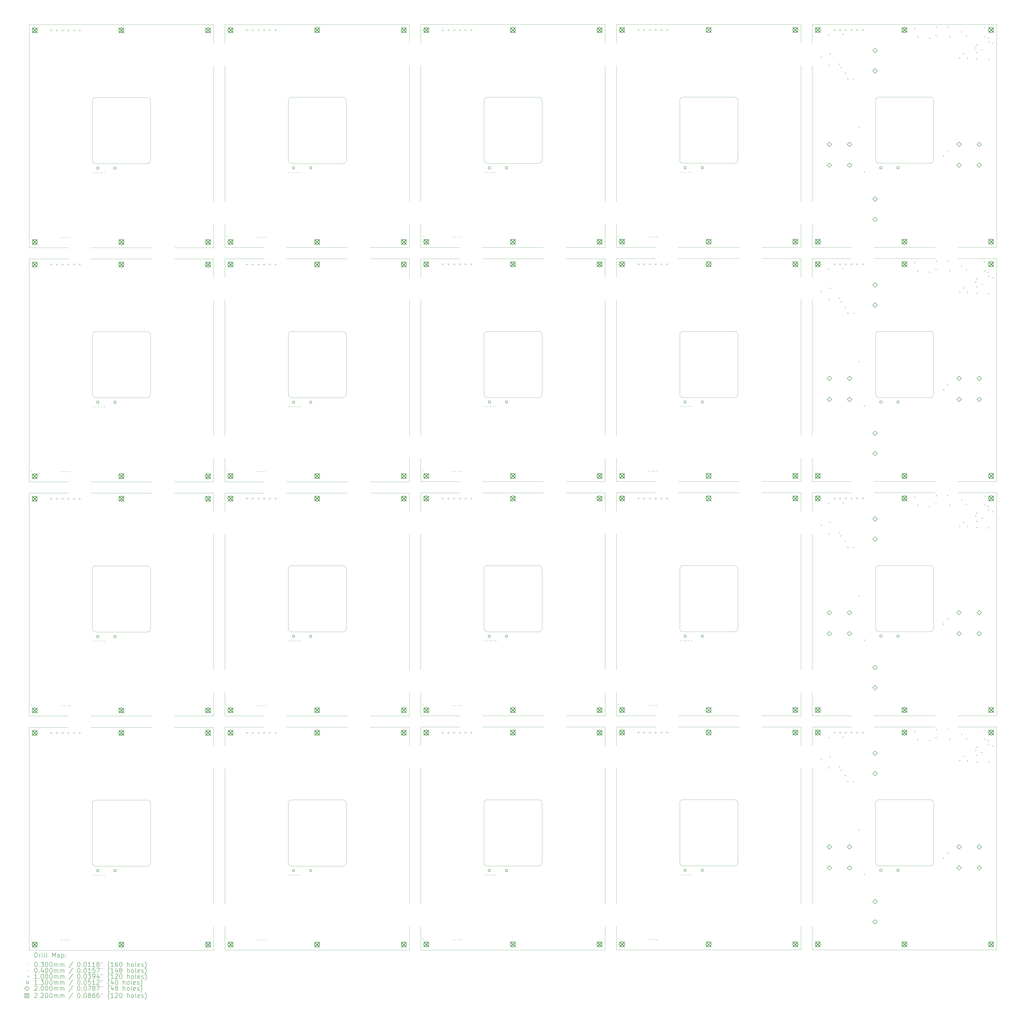
<source format=gbr>
%FSLAX45Y45*%
G04 Gerber Fmt 4.5, Leading zero omitted, Abs format (unit mm)*
G04 Created by KiCad (PCBNEW (6.0.5)) date 2022-08-17 15:04:21*
%MOMM*%
%LPD*%
G01*
G04 APERTURE LIST*
%TA.AperFunction,Profile*%
%ADD10C,0.100000*%
%TD*%
%TA.AperFunction,Profile*%
%ADD11C,0.050000*%
%TD*%
%ADD12C,0.200000*%
%ADD13C,0.030000*%
%ADD14C,0.040000*%
%ADD15C,0.100000*%
%ADD16C,0.130000*%
%ADD17C,0.220000*%
G04 APERTURE END LIST*
D10*
X38767800Y-4206200D02*
G75*
G03*
X38617800Y-4356200I0J-150000D01*
G01*
X12518800Y-17405200D02*
X12518800Y-14766200D01*
D11*
X26604200Y-19234000D02*
X26604200Y-13197000D01*
X21148200Y-21781000D02*
X23864200Y-21781000D01*
D10*
X15102800Y-14766200D02*
X15102800Y-17405200D01*
D11*
X26604200Y-1797000D02*
X26604200Y-981000D01*
X27103800Y-21276000D02*
X27104200Y-20234000D01*
X1005000Y-31691000D02*
X2749000Y-31691000D01*
D10*
X6403200Y-35571200D02*
X6403200Y-38210200D01*
X21218400Y-38200200D02*
X21218400Y-35561200D01*
D11*
X27103800Y-11376000D02*
X28847800Y-11376000D01*
D10*
X23652400Y-7150200D02*
G75*
G03*
X23802400Y-7000200I0J150000D01*
G01*
D11*
X33563800Y-32176000D02*
X35303800Y-32176000D01*
D10*
X6253200Y-7160200D02*
X3969200Y-7160200D01*
X12668800Y-14616200D02*
G75*
G03*
X12518800Y-14766200I0J-150000D01*
G01*
D11*
X17904600Y-19239000D02*
X17904600Y-13202000D01*
D10*
X3969200Y-25021200D02*
G75*
G03*
X3819200Y-25171200I0J-150000D01*
G01*
D11*
X18404600Y-12202000D02*
X18404200Y-11381000D01*
D10*
X32352000Y-38345200D02*
G75*
G03*
X32502000Y-38195200I0J150000D01*
G01*
D11*
X18404600Y-19239000D02*
X18404600Y-13202000D01*
X3749000Y-21791000D02*
X6465000Y-21791000D01*
D10*
X14952800Y-38355200D02*
G75*
G03*
X15102800Y-38205200I0J150000D01*
G01*
D11*
X33563800Y-10876000D02*
X35303800Y-10876000D01*
X35803600Y-10876000D02*
X37547600Y-10876000D01*
X27103800Y-21276000D02*
X28847800Y-21276000D01*
X12448600Y-21786000D02*
X15164600Y-21786000D01*
X7465000Y-21791000D02*
X9205000Y-21791000D01*
X9205000Y-22607000D02*
X9205000Y-21791000D01*
D10*
X38617800Y-6995200D02*
G75*
G03*
X38767800Y-7145200I150000J0D01*
G01*
X41201800Y-35556200D02*
G75*
G03*
X41051800Y-35406200I-149990J10D01*
G01*
D11*
X33563800Y-42076000D02*
X35303800Y-42076000D01*
X44003600Y-976000D02*
X35803600Y-976000D01*
X35304000Y-19234000D02*
X35304000Y-13197000D01*
X27104200Y-22597000D02*
X27103800Y-21776000D01*
X26604200Y-32997000D02*
X26604200Y-32181000D01*
D10*
X32352000Y-17545200D02*
X30068000Y-17545200D01*
X14952800Y-38355200D02*
X12668800Y-38355200D01*
D11*
X38547600Y-11376000D02*
X41263600Y-11376000D01*
X35804000Y-32997000D02*
X35803600Y-32176000D01*
D10*
X29918000Y-17395200D02*
X29918000Y-14756200D01*
X14952800Y-7155200D02*
X12668800Y-7155200D01*
D11*
X44003600Y-21276000D02*
X44003600Y-11376000D01*
D10*
X32352000Y-7145200D02*
G75*
G03*
X32502000Y-6995200I0J150000D01*
G01*
D11*
X12448600Y-31686000D02*
X15164600Y-31686000D01*
D10*
X21218400Y-7000200D02*
G75*
G03*
X21368400Y-7150200I150000J0D01*
G01*
X21218400Y-7000200D02*
X21218400Y-4361200D01*
X15102800Y-14766200D02*
G75*
G03*
X14952800Y-14616200I-149990J10D01*
G01*
X32502000Y-4356200D02*
X32502000Y-6995200D01*
X15102800Y-25166200D02*
G75*
G03*
X14952800Y-25016200I-149990J10D01*
G01*
X3819200Y-17410200D02*
G75*
G03*
X3969200Y-17560200I150000J0D01*
G01*
X32502000Y-25156200D02*
X32502000Y-27795200D01*
X38617800Y-38195200D02*
G75*
G03*
X38767800Y-38345200I150000J0D01*
G01*
D11*
X17904600Y-22602000D02*
X17904600Y-21786000D01*
D10*
X41051800Y-17545200D02*
X38767800Y-17545200D01*
D11*
X29847800Y-11376000D02*
X32563800Y-11376000D01*
X35804000Y-29634000D02*
X35804000Y-23597000D01*
X12448600Y-10886000D02*
X15164600Y-10886000D01*
D10*
X41051800Y-7145200D02*
X38767800Y-7145200D01*
X6403200Y-4371200D02*
G75*
G03*
X6253200Y-4221200I-150000J0D01*
G01*
X29918000Y-6995200D02*
G75*
G03*
X30068000Y-7145200I150000J0D01*
G01*
D11*
X9704600Y-21786000D02*
X11448600Y-21786000D01*
D10*
X38617800Y-27795200D02*
G75*
G03*
X38767800Y-27945200I150000J0D01*
G01*
X23802400Y-25161200D02*
X23802400Y-27800200D01*
X12518800Y-17405200D02*
G75*
G03*
X12668800Y-17555200I150000J0D01*
G01*
D11*
X27104200Y-29634000D02*
X27104200Y-23597000D01*
D10*
X32502000Y-35556200D02*
X32502000Y-38195200D01*
X3969200Y-4221200D02*
G75*
G03*
X3819200Y-4371200I0J-150000D01*
G01*
X23802400Y-14761200D02*
G75*
G03*
X23652400Y-14611200I-149990J10D01*
G01*
X23652400Y-17550200D02*
X21368400Y-17550200D01*
D11*
X26604200Y-12197000D02*
X26604200Y-11381000D01*
X35303800Y-31676000D02*
X35304000Y-30634000D01*
X24864200Y-32181000D02*
X26604200Y-32181000D01*
D10*
X41201800Y-14756200D02*
G75*
G03*
X41051800Y-14606200I-149990J10D01*
G01*
D11*
X42263600Y-42076000D02*
X44003600Y-42076000D01*
X35803600Y-32176000D02*
X37547600Y-32176000D01*
X27103800Y-42076000D02*
X27104200Y-41034000D01*
X3749000Y-21291000D02*
X6465000Y-21291000D01*
D10*
X41051800Y-38345200D02*
X38767800Y-38345200D01*
D11*
X21148200Y-10881000D02*
X23864200Y-10881000D01*
D10*
X41201800Y-4356200D02*
G75*
G03*
X41051800Y-4206200I-149990J10D01*
G01*
D11*
X1005000Y-10891000D02*
X1005000Y-991000D01*
D10*
X14952800Y-17555200D02*
X12668800Y-17555200D01*
D11*
X24864200Y-21281000D02*
X26604200Y-21281000D01*
D10*
X38617800Y-17395200D02*
X38617800Y-14756200D01*
D11*
X27103800Y-32176000D02*
X28847800Y-32176000D01*
X9205000Y-33007000D02*
X9205000Y-32191000D01*
X17904600Y-8839000D02*
X17904600Y-2802000D01*
D10*
X12518800Y-27805200D02*
G75*
G03*
X12668800Y-27955200I150000J0D01*
G01*
X21368400Y-35411200D02*
G75*
G03*
X21218400Y-35561200I0J-150000D01*
G01*
X15102800Y-25166200D02*
X15102800Y-27805200D01*
D11*
X1005000Y-11391000D02*
X2749000Y-11391000D01*
D10*
X6253200Y-38360200D02*
X3969200Y-38360200D01*
X32352000Y-27945200D02*
G75*
G03*
X32502000Y-27795200I0J150000D01*
G01*
X3969200Y-4221200D02*
X6253200Y-4221200D01*
D11*
X24864200Y-31681000D02*
X26604200Y-31681000D01*
X44003600Y-42076000D02*
X44003600Y-32176000D01*
X35304000Y-8834000D02*
X35304000Y-2797000D01*
D10*
X23802400Y-35561200D02*
X23802400Y-38200200D01*
X32352000Y-17545200D02*
G75*
G03*
X32502000Y-17395200I0J150000D01*
G01*
X12518800Y-7005200D02*
G75*
G03*
X12668800Y-7155200I150000J0D01*
G01*
X29918000Y-38195200D02*
X29918000Y-35556200D01*
X32502000Y-25156200D02*
G75*
G03*
X32352000Y-25006200I-149990J10D01*
G01*
X14952800Y-17555200D02*
G75*
G03*
X15102800Y-17405200I0J150000D01*
G01*
D11*
X18404200Y-32181000D02*
X20148200Y-32181000D01*
X35803600Y-21276000D02*
X35804000Y-20234000D01*
D10*
X38617800Y-38195200D02*
X38617800Y-35556200D01*
D11*
X44003600Y-31676000D02*
X44003600Y-21776000D01*
X44003600Y-10876000D02*
X44003600Y-976000D01*
D10*
X3969200Y-35421200D02*
G75*
G03*
X3819200Y-35571200I0J-150000D01*
G01*
D11*
X35303800Y-976000D02*
X27103800Y-976000D01*
X35304000Y-29634000D02*
X35304000Y-23597000D01*
D10*
X23652400Y-38350200D02*
G75*
G03*
X23802400Y-38200200I0J150000D01*
G01*
X23802400Y-35561200D02*
G75*
G03*
X23652400Y-35411200I-149990J10D01*
G01*
D11*
X9705000Y-33007000D02*
X9704600Y-32186000D01*
X26604200Y-29634000D02*
X26604200Y-23597000D01*
X1005000Y-42091000D02*
X7465000Y-42091000D01*
D10*
X6253200Y-38360200D02*
G75*
G03*
X6403200Y-38210200I0J150000D01*
G01*
D11*
X42263600Y-21776000D02*
X44003600Y-21776000D01*
D10*
X29918000Y-6995200D02*
X29918000Y-4356200D01*
X6403200Y-35571200D02*
G75*
G03*
X6253200Y-35421200I-150000J0D01*
G01*
X41201800Y-25156200D02*
X41201800Y-27795200D01*
X38767800Y-4206200D02*
X41051800Y-4206200D01*
D11*
X35804000Y-1797000D02*
X35803600Y-976000D01*
X35803600Y-21776000D02*
X37547600Y-21776000D01*
X21148200Y-32181000D02*
X23864200Y-32181000D01*
X26604200Y-981000D02*
X18404200Y-981000D01*
X24864200Y-11381000D02*
X26604200Y-11381000D01*
X3749000Y-10891000D02*
X6465000Y-10891000D01*
X17904600Y-33002000D02*
X17904600Y-32186000D01*
X9704600Y-31686000D02*
X9705000Y-30644000D01*
X33563800Y-21276000D02*
X35303800Y-21276000D01*
X7465000Y-11391000D02*
X9205000Y-11391000D01*
D10*
X12668800Y-35416200D02*
G75*
G03*
X12518800Y-35566200I0J-150000D01*
G01*
D11*
X9704600Y-10886000D02*
X11448600Y-10886000D01*
D10*
X21368400Y-14611200D02*
X23652400Y-14611200D01*
X21218400Y-17400200D02*
G75*
G03*
X21368400Y-17550200I150000J0D01*
G01*
D11*
X35804000Y-12197000D02*
X35803600Y-11376000D01*
D10*
X23802400Y-25161200D02*
G75*
G03*
X23652400Y-25011200I-149990J10D01*
G01*
X23652400Y-17550200D02*
G75*
G03*
X23802400Y-17400200I0J150000D01*
G01*
X32502000Y-14756200D02*
X32502000Y-17395200D01*
D11*
X18404200Y-42081000D02*
X18404600Y-41039000D01*
D10*
X15102800Y-4366200D02*
G75*
G03*
X14952800Y-4216200I-149990J10D01*
G01*
X38767800Y-14606200D02*
G75*
G03*
X38617800Y-14756200I0J-150000D01*
G01*
X12668800Y-4216200D02*
G75*
G03*
X12518800Y-4366200I0J-150000D01*
G01*
D11*
X29847800Y-31676000D02*
X32563800Y-31676000D01*
X3749000Y-32191000D02*
X6465000Y-32191000D01*
X27103800Y-42076000D02*
X33563800Y-42076000D01*
D10*
X41201800Y-35556200D02*
X41201800Y-38195200D01*
X30068000Y-35406200D02*
X32352000Y-35406200D01*
D11*
X26604200Y-31681000D02*
X26604200Y-30634000D01*
D10*
X15102800Y-35566200D02*
G75*
G03*
X14952800Y-35416200I-149990J10D01*
G01*
X3969200Y-14621200D02*
G75*
G03*
X3819200Y-14771200I0J-150000D01*
G01*
X30068000Y-25006200D02*
X32352000Y-25006200D01*
D11*
X18404200Y-10881000D02*
X20148200Y-10881000D01*
X9705000Y-8844000D02*
X9705000Y-2807000D01*
X9704600Y-10886000D02*
X9705000Y-9844000D01*
X35803600Y-42076000D02*
X42263600Y-42076000D01*
D10*
X3969200Y-14621200D02*
X6253200Y-14621200D01*
D11*
X24864200Y-21781000D02*
X26604200Y-21781000D01*
D10*
X3819200Y-38210200D02*
G75*
G03*
X3969200Y-38360200I150000J0D01*
G01*
D11*
X18404200Y-21281000D02*
X20148200Y-21281000D01*
X35304000Y-40034000D02*
X35304000Y-33997000D01*
X27104200Y-8834000D02*
X27104200Y-2797000D01*
X16164600Y-31686000D02*
X17904600Y-31686000D01*
D10*
X23652400Y-7150200D02*
X21368400Y-7150200D01*
D11*
X18404600Y-33002000D02*
X18404200Y-32181000D01*
X7465000Y-42091000D02*
X9205000Y-42091000D01*
X26604200Y-10881000D02*
X26604200Y-9834000D01*
D10*
X14952800Y-7155200D02*
G75*
G03*
X15102800Y-7005200I0J150000D01*
G01*
D11*
X18404600Y-8839000D02*
X18404600Y-2802000D01*
D10*
X32352000Y-7145200D02*
X30068000Y-7145200D01*
D11*
X9205000Y-21291000D02*
X9205000Y-20244000D01*
X42263600Y-21276000D02*
X44003600Y-21276000D01*
X9705000Y-22607000D02*
X9704600Y-21786000D01*
X9704600Y-21286000D02*
X11448600Y-21286000D01*
X29847800Y-10876000D02*
X32563800Y-10876000D01*
X3749000Y-11391000D02*
X6465000Y-11391000D01*
X42263600Y-11376000D02*
X44003600Y-11376000D01*
D10*
X30068000Y-4206200D02*
X32352000Y-4206200D01*
X14952800Y-27955200D02*
X12668800Y-27955200D01*
X6403200Y-14771200D02*
G75*
G03*
X6253200Y-14621200I-150000J0D01*
G01*
D11*
X9704600Y-42086000D02*
X16164600Y-42086000D01*
X38547600Y-10876000D02*
X41263600Y-10876000D01*
D10*
X6253200Y-27960200D02*
G75*
G03*
X6403200Y-27810200I0J150000D01*
G01*
D11*
X35304000Y-12197000D02*
X35303800Y-11376000D01*
X18404200Y-21781000D02*
X20148200Y-21781000D01*
D10*
X3819200Y-27810200D02*
X3819200Y-25171200D01*
X41051800Y-17545200D02*
G75*
G03*
X41201800Y-17395200I0J150000D01*
G01*
D11*
X35803600Y-21276000D02*
X37547600Y-21276000D01*
D10*
X23802400Y-4361200D02*
G75*
G03*
X23652400Y-4211200I-149990J10D01*
G01*
X12668800Y-25016200D02*
G75*
G03*
X12518800Y-25166200I0J-150000D01*
G01*
D11*
X17904600Y-42086000D02*
X17904600Y-41039000D01*
D10*
X29918000Y-17395200D02*
G75*
G03*
X30068000Y-17545200I150000J0D01*
G01*
X23652400Y-27950200D02*
X21368400Y-27950200D01*
D11*
X21148200Y-11381000D02*
X23864200Y-11381000D01*
X27103800Y-10876000D02*
X28847800Y-10876000D01*
D10*
X32352000Y-27945200D02*
X30068000Y-27945200D01*
X41051800Y-27945200D02*
X38767800Y-27945200D01*
X6403200Y-14771200D02*
X6403200Y-17410200D01*
X12668800Y-4216200D02*
X14952800Y-4216200D01*
X38617800Y-17395200D02*
G75*
G03*
X38767800Y-17545200I150000J0D01*
G01*
X6403200Y-25171200D02*
X6403200Y-27810200D01*
D11*
X27104200Y-19234000D02*
X27104200Y-13197000D01*
X35804000Y-19234000D02*
X35804000Y-13197000D01*
X9704600Y-11386000D02*
X11448600Y-11386000D01*
D10*
X21368400Y-4211200D02*
X23652400Y-4211200D01*
D11*
X9205000Y-42091000D02*
X9205000Y-41044000D01*
X16164600Y-21786000D02*
X17904600Y-21786000D01*
X1005000Y-10891000D02*
X2749000Y-10891000D01*
X18404200Y-21281000D02*
X18404600Y-20239000D01*
X9705000Y-40044000D02*
X9705000Y-34007000D01*
X24864200Y-42081000D02*
X26604200Y-42081000D01*
D10*
X38767800Y-35406200D02*
G75*
G03*
X38617800Y-35556200I0J-150000D01*
G01*
D11*
X35804000Y-8834000D02*
X35804000Y-2797000D01*
X26604200Y-40034000D02*
X26604200Y-33997000D01*
X27104200Y-40034000D02*
X27104200Y-33997000D01*
X18404600Y-22602000D02*
X18404200Y-21781000D01*
X1005000Y-21291000D02*
X1005000Y-11391000D01*
X9705000Y-19244000D02*
X9705000Y-13207000D01*
X17904600Y-986000D02*
X9704600Y-986000D01*
X9205000Y-40044000D02*
X9205000Y-34007000D01*
X26604200Y-42081000D02*
X26604200Y-41034000D01*
X38547600Y-32176000D02*
X41263600Y-32176000D01*
X35304000Y-32997000D02*
X35303800Y-32176000D01*
X35304000Y-1797000D02*
X35303800Y-976000D01*
D10*
X3969200Y-35421200D02*
X6253200Y-35421200D01*
D11*
X9705000Y-1807000D02*
X9704600Y-986000D01*
X38547600Y-21776000D02*
X41263600Y-21776000D01*
X16164600Y-11386000D02*
X17904600Y-11386000D01*
X9205000Y-991000D02*
X1005000Y-991000D01*
X1005000Y-31691000D02*
X1005000Y-21791000D01*
D10*
X38617800Y-6995200D02*
X38617800Y-4356200D01*
D11*
X18404200Y-31681000D02*
X18404600Y-30639000D01*
X9205000Y-1807000D02*
X9205000Y-991000D01*
X21148200Y-31681000D02*
X23864200Y-31681000D01*
D10*
X21368400Y-4211200D02*
G75*
G03*
X21218400Y-4361200I0J-150000D01*
G01*
D11*
X35803600Y-31676000D02*
X37547600Y-31676000D01*
X35803600Y-11376000D02*
X37547600Y-11376000D01*
X17904600Y-1802000D02*
X17904600Y-986000D01*
X12448600Y-11386000D02*
X15164600Y-11386000D01*
D10*
X30068000Y-35406200D02*
G75*
G03*
X29918000Y-35556200I0J-150000D01*
G01*
D11*
X7465000Y-31691000D02*
X9205000Y-31691000D01*
X38547600Y-31676000D02*
X41263600Y-31676000D01*
X1005000Y-32191000D02*
X2749000Y-32191000D01*
D10*
X15102800Y-4366200D02*
X15102800Y-7005200D01*
X23802400Y-14761200D02*
X23802400Y-17400200D01*
D11*
X7465000Y-21291000D02*
X9205000Y-21291000D01*
X9205000Y-10891000D02*
X9205000Y-9844000D01*
D10*
X32502000Y-14756200D02*
G75*
G03*
X32352000Y-14606200I-149990J10D01*
G01*
X30068000Y-4206200D02*
G75*
G03*
X29918000Y-4356200I0J-150000D01*
G01*
D11*
X26604200Y-8834000D02*
X26604200Y-2797000D01*
X33563800Y-31676000D02*
X35303800Y-31676000D01*
D10*
X14952800Y-27955200D02*
G75*
G03*
X15102800Y-27805200I0J150000D01*
G01*
D11*
X27104200Y-1797000D02*
X27103800Y-976000D01*
D10*
X6403200Y-25171200D02*
G75*
G03*
X6253200Y-25021200I-150000J0D01*
G01*
D11*
X16164600Y-10886000D02*
X17904600Y-10886000D01*
D10*
X38767800Y-14606200D02*
X41051800Y-14606200D01*
D11*
X9704600Y-42086000D02*
X9705000Y-41044000D01*
X33563800Y-11376000D02*
X35303800Y-11376000D01*
X12448600Y-21286000D02*
X15164600Y-21286000D01*
D10*
X30068000Y-25006200D02*
G75*
G03*
X29918000Y-25156200I0J-150000D01*
G01*
X21218400Y-27800200D02*
G75*
G03*
X21368400Y-27950200I150000J0D01*
G01*
D11*
X1005000Y-21291000D02*
X2749000Y-21291000D01*
D10*
X30068000Y-14606200D02*
X32352000Y-14606200D01*
D11*
X17904600Y-40039000D02*
X17904600Y-34002000D01*
X35303800Y-10876000D02*
X35304000Y-9834000D01*
X29847800Y-21776000D02*
X32563800Y-21776000D01*
X29847800Y-32176000D02*
X32563800Y-32176000D01*
X9205000Y-19244000D02*
X9205000Y-13207000D01*
X27104200Y-12197000D02*
X27103800Y-11376000D01*
X9205000Y-31691000D02*
X9205000Y-30644000D01*
X42263600Y-10876000D02*
X44003600Y-10876000D01*
D10*
X21368400Y-14611200D02*
G75*
G03*
X21218400Y-14761200I0J-150000D01*
G01*
D11*
X18404200Y-31681000D02*
X20148200Y-31681000D01*
X7465000Y-10891000D02*
X9205000Y-10891000D01*
D10*
X29918000Y-27795200D02*
X29918000Y-25156200D01*
D11*
X9704600Y-31686000D02*
X11448600Y-31686000D01*
X26604200Y-22597000D02*
X26604200Y-21781000D01*
D10*
X38767800Y-25006200D02*
X41051800Y-25006200D01*
X6403200Y-4371200D02*
X6403200Y-7010200D01*
X3819200Y-27810200D02*
G75*
G03*
X3969200Y-27960200I150000J0D01*
G01*
X15102800Y-35566200D02*
X15102800Y-38205200D01*
X32502000Y-4356200D02*
G75*
G03*
X32352000Y-4206200I-149990J10D01*
G01*
X32352000Y-38345200D02*
X30068000Y-38345200D01*
D11*
X3749000Y-31691000D02*
X6465000Y-31691000D01*
X18404200Y-42081000D02*
X24864200Y-42081000D01*
X9704600Y-21286000D02*
X9705000Y-20244000D01*
X17904600Y-31686000D02*
X17904600Y-30639000D01*
D10*
X21218400Y-38200200D02*
G75*
G03*
X21368400Y-38350200I150000J0D01*
G01*
D11*
X26604200Y-21281000D02*
X26604200Y-20234000D01*
X17904600Y-21286000D02*
X17904600Y-20239000D01*
D10*
X21368400Y-25011200D02*
G75*
G03*
X21218400Y-25161200I0J-150000D01*
G01*
D11*
X38547600Y-21276000D02*
X41263600Y-21276000D01*
D10*
X3819200Y-7010200D02*
X3819200Y-4371200D01*
X21368400Y-35411200D02*
X23652400Y-35411200D01*
D11*
X9705000Y-29644000D02*
X9705000Y-23607000D01*
X42263600Y-31676000D02*
X44003600Y-31676000D01*
D10*
X41201800Y-4356200D02*
X41201800Y-6995200D01*
D11*
X18404600Y-1802000D02*
X18404200Y-981000D01*
D10*
X38617800Y-27795200D02*
X38617800Y-25156200D01*
X38767800Y-25006200D02*
G75*
G03*
X38617800Y-25156200I0J-150000D01*
G01*
D11*
X17904600Y-12202000D02*
X17904600Y-11386000D01*
X35803600Y-42076000D02*
X35804000Y-41034000D01*
X16164600Y-32186000D02*
X17904600Y-32186000D01*
X16164600Y-21286000D02*
X17904600Y-21286000D01*
X35803600Y-10876000D02*
X35804000Y-9834000D01*
D10*
X12668800Y-25016200D02*
X14952800Y-25016200D01*
D11*
X27103800Y-31676000D02*
X28847800Y-31676000D01*
X27103800Y-10876000D02*
X27104200Y-9834000D01*
D10*
X21218400Y-17400200D02*
X21218400Y-14761200D01*
X29918000Y-27795200D02*
G75*
G03*
X30068000Y-27945200I150000J0D01*
G01*
X21368400Y-25011200D02*
X23652400Y-25011200D01*
X12518800Y-38205200D02*
G75*
G03*
X12668800Y-38355200I150000J0D01*
G01*
D11*
X42263600Y-32176000D02*
X44003600Y-32176000D01*
X21148200Y-21281000D02*
X23864200Y-21281000D01*
D10*
X12518800Y-7005200D02*
X12518800Y-4366200D01*
D11*
X1005000Y-21791000D02*
X2749000Y-21791000D01*
X9205000Y-29644000D02*
X9205000Y-23607000D01*
D10*
X41201800Y-14756200D02*
X41201800Y-17395200D01*
D11*
X9205000Y-8844000D02*
X9205000Y-2807000D01*
X18404600Y-40039000D02*
X18404600Y-34002000D01*
D10*
X41201800Y-25156200D02*
G75*
G03*
X41051800Y-25006200I-149990J10D01*
G01*
D11*
X27103800Y-31676000D02*
X27104200Y-30634000D01*
D10*
X3969200Y-25021200D02*
X6253200Y-25021200D01*
X12518800Y-27805200D02*
X12518800Y-25166200D01*
X29918000Y-38195200D02*
G75*
G03*
X30068000Y-38345200I150000J0D01*
G01*
X3819200Y-38210200D02*
X3819200Y-35571200D01*
D11*
X1005000Y-42091000D02*
X1005000Y-32191000D01*
D10*
X23802400Y-4361200D02*
X23802400Y-7000200D01*
X41051800Y-27945200D02*
G75*
G03*
X41201800Y-27795200I0J150000D01*
G01*
X12668800Y-35416200D02*
X14952800Y-35416200D01*
D11*
X24864200Y-10881000D02*
X26604200Y-10881000D01*
X12448600Y-32186000D02*
X15164600Y-32186000D01*
X9205000Y-12207000D02*
X9205000Y-11391000D01*
D10*
X41051800Y-7145200D02*
G75*
G03*
X41201800Y-6995200I0J150000D01*
G01*
D11*
X35303800Y-42076000D02*
X35304000Y-41034000D01*
X17904600Y-29639000D02*
X17904600Y-23602000D01*
D10*
X30068000Y-14606200D02*
G75*
G03*
X29918000Y-14756200I0J-150000D01*
G01*
D11*
X27104200Y-32997000D02*
X27103800Y-32176000D01*
D10*
X32502000Y-35556200D02*
G75*
G03*
X32352000Y-35406200I-149990J10D01*
G01*
D11*
X29847800Y-21276000D02*
X32563800Y-21276000D01*
X18404200Y-10881000D02*
X18404600Y-9839000D01*
X35303800Y-21276000D02*
X35304000Y-20234000D01*
D10*
X23652400Y-27950200D02*
G75*
G03*
X23802400Y-27800200I0J150000D01*
G01*
D11*
X9705000Y-12207000D02*
X9704600Y-11386000D01*
D10*
X6253200Y-27960200D02*
X3969200Y-27960200D01*
D11*
X17904600Y-10886000D02*
X17904600Y-9839000D01*
X18404200Y-11381000D02*
X20148200Y-11381000D01*
X33563800Y-21776000D02*
X35303800Y-21776000D01*
D10*
X38767800Y-35406200D02*
X41051800Y-35406200D01*
X6253200Y-17560200D02*
X3969200Y-17560200D01*
X6253200Y-7160200D02*
G75*
G03*
X6403200Y-7010200I0J150000D01*
G01*
D11*
X18404600Y-29639000D02*
X18404600Y-23602000D01*
X16164600Y-42086000D02*
X17904600Y-42086000D01*
D10*
X21218400Y-27800200D02*
X21218400Y-25161200D01*
D11*
X35804000Y-22597000D02*
X35803600Y-21776000D01*
D10*
X23652400Y-38350200D02*
X21368400Y-38350200D01*
X12518800Y-38205200D02*
X12518800Y-35566200D01*
X6253200Y-17560200D02*
G75*
G03*
X6403200Y-17410200I0J150000D01*
G01*
X12668800Y-14616200D02*
X14952800Y-14616200D01*
D11*
X9704600Y-32186000D02*
X11448600Y-32186000D01*
X27103800Y-21776000D02*
X28847800Y-21776000D01*
D10*
X41051800Y-38345200D02*
G75*
G03*
X41201800Y-38195200I0J150000D01*
G01*
X3819200Y-17410200D02*
X3819200Y-14771200D01*
D11*
X35804000Y-40034000D02*
X35804000Y-33997000D01*
X35803600Y-31676000D02*
X35804000Y-30634000D01*
X7465000Y-32191000D02*
X9205000Y-32191000D01*
X35304000Y-22597000D02*
X35303800Y-21776000D01*
D10*
X3819200Y-7010200D02*
G75*
G03*
X3969200Y-7160200I150000J0D01*
G01*
D12*
D13*
X1085200Y-10385200D02*
X1115200Y-10415200D01*
X1115200Y-10385200D02*
X1085200Y-10415200D01*
X1085200Y-20785200D02*
X1115200Y-20815200D01*
X1115200Y-20785200D02*
X1085200Y-20815200D01*
X1085200Y-31185200D02*
X1115200Y-31215200D01*
X1115200Y-31185200D02*
X1085200Y-31215200D01*
X1085200Y-41585200D02*
X1115200Y-41615200D01*
X1115200Y-41585200D02*
X1085200Y-41615200D01*
X2419400Y-10419400D02*
X2449400Y-10449400D01*
X2449400Y-10419400D02*
X2419400Y-10449400D01*
X2419400Y-20819400D02*
X2449400Y-20849400D01*
X2449400Y-20819400D02*
X2419400Y-20849400D01*
X2419400Y-31219400D02*
X2449400Y-31249400D01*
X2449400Y-31219400D02*
X2419400Y-31249400D01*
X2419400Y-41619400D02*
X2449400Y-41649400D01*
X2449400Y-41619400D02*
X2419400Y-41649400D01*
X2541800Y-10419400D02*
X2571800Y-10449400D01*
X2571800Y-10419400D02*
X2541800Y-10449400D01*
X2541800Y-20819400D02*
X2571800Y-20849400D01*
X2571800Y-20819400D02*
X2541800Y-20849400D01*
X2541800Y-31219400D02*
X2571800Y-31249400D01*
X2571800Y-31219400D02*
X2541800Y-31249400D01*
X2541800Y-41619400D02*
X2571800Y-41649400D01*
X2571800Y-41619400D02*
X2541800Y-41649400D01*
X2664200Y-10419400D02*
X2694200Y-10449400D01*
X2694200Y-10419400D02*
X2664200Y-10449400D01*
X2664200Y-20819400D02*
X2694200Y-20849400D01*
X2694200Y-20819400D02*
X2664200Y-20849400D01*
X2664200Y-31219400D02*
X2694200Y-31249400D01*
X2694200Y-31219400D02*
X2664200Y-31249400D01*
X2664200Y-41619400D02*
X2694200Y-41649400D01*
X2694200Y-41619400D02*
X2664200Y-41649400D01*
X2786600Y-10419400D02*
X2816600Y-10449400D01*
X2816600Y-10419400D02*
X2786600Y-10449400D01*
X2786600Y-20819400D02*
X2816600Y-20849400D01*
X2816600Y-20819400D02*
X2786600Y-20849400D01*
X2786600Y-31219400D02*
X2816600Y-31249400D01*
X2816600Y-31219400D02*
X2786600Y-31249400D01*
X2786600Y-41619400D02*
X2816600Y-41649400D01*
X2816600Y-41619400D02*
X2786600Y-41649400D01*
X3836800Y-7543000D02*
X3866800Y-7573000D01*
X3866800Y-7543000D02*
X3836800Y-7573000D01*
X3836800Y-17943000D02*
X3866800Y-17973000D01*
X3866800Y-17943000D02*
X3836800Y-17973000D01*
X3836800Y-28343000D02*
X3866800Y-28373000D01*
X3866800Y-28343000D02*
X3836800Y-28373000D01*
X3836800Y-38743000D02*
X3866800Y-38773000D01*
X3866800Y-38743000D02*
X3836800Y-38773000D01*
X3959200Y-7543000D02*
X3989200Y-7573000D01*
X3989200Y-7543000D02*
X3959200Y-7573000D01*
X3959200Y-17943000D02*
X3989200Y-17973000D01*
X3989200Y-17943000D02*
X3959200Y-17973000D01*
X3959200Y-28343000D02*
X3989200Y-28373000D01*
X3989200Y-28343000D02*
X3959200Y-28373000D01*
X3959200Y-38743000D02*
X3989200Y-38773000D01*
X3989200Y-38743000D02*
X3959200Y-38773000D01*
X4081600Y-7543000D02*
X4111600Y-7573000D01*
X4111600Y-7543000D02*
X4081600Y-7573000D01*
X4081600Y-17943000D02*
X4111600Y-17973000D01*
X4111600Y-17943000D02*
X4081600Y-17973000D01*
X4081600Y-28343000D02*
X4111600Y-28373000D01*
X4111600Y-28343000D02*
X4081600Y-28373000D01*
X4081600Y-38743000D02*
X4111600Y-38773000D01*
X4111600Y-38743000D02*
X4081600Y-38773000D01*
X4204000Y-7543000D02*
X4234000Y-7573000D01*
X4234000Y-7543000D02*
X4204000Y-7573000D01*
X4204000Y-17943000D02*
X4234000Y-17973000D01*
X4234000Y-17943000D02*
X4204000Y-17973000D01*
X4204000Y-28343000D02*
X4234000Y-28373000D01*
X4234000Y-28343000D02*
X4204000Y-28373000D01*
X4204000Y-38743000D02*
X4234000Y-38773000D01*
X4234000Y-38743000D02*
X4204000Y-38773000D01*
X4326400Y-7543000D02*
X4356400Y-7573000D01*
X4356400Y-7543000D02*
X4326400Y-7573000D01*
X4326400Y-17943000D02*
X4356400Y-17973000D01*
X4356400Y-17943000D02*
X4326400Y-17973000D01*
X4326400Y-28343000D02*
X4356400Y-28373000D01*
X4356400Y-28343000D02*
X4326400Y-28373000D01*
X4326400Y-38743000D02*
X4356400Y-38773000D01*
X4356400Y-38743000D02*
X4326400Y-38773000D01*
X9784800Y-10380200D02*
X9814800Y-10410200D01*
X9814800Y-10380200D02*
X9784800Y-10410200D01*
X9784800Y-20780200D02*
X9814800Y-20810200D01*
X9814800Y-20780200D02*
X9784800Y-20810200D01*
X9784800Y-31180200D02*
X9814800Y-31210200D01*
X9814800Y-31180200D02*
X9784800Y-31210200D01*
X9784800Y-41580200D02*
X9814800Y-41610200D01*
X9814800Y-41580200D02*
X9784800Y-41610200D01*
X11119000Y-10414400D02*
X11149000Y-10444400D01*
X11149000Y-10414400D02*
X11119000Y-10444400D01*
X11119000Y-20814400D02*
X11149000Y-20844400D01*
X11149000Y-20814400D02*
X11119000Y-20844400D01*
X11119000Y-31214400D02*
X11149000Y-31244400D01*
X11149000Y-31214400D02*
X11119000Y-31244400D01*
X11119000Y-41614400D02*
X11149000Y-41644400D01*
X11149000Y-41614400D02*
X11119000Y-41644400D01*
X11241400Y-10414400D02*
X11271400Y-10444400D01*
X11271400Y-10414400D02*
X11241400Y-10444400D01*
X11241400Y-20814400D02*
X11271400Y-20844400D01*
X11271400Y-20814400D02*
X11241400Y-20844400D01*
X11241400Y-31214400D02*
X11271400Y-31244400D01*
X11271400Y-31214400D02*
X11241400Y-31244400D01*
X11241400Y-41614400D02*
X11271400Y-41644400D01*
X11271400Y-41614400D02*
X11241400Y-41644400D01*
X11363800Y-10414400D02*
X11393800Y-10444400D01*
X11393800Y-10414400D02*
X11363800Y-10444400D01*
X11363800Y-20814400D02*
X11393800Y-20844400D01*
X11393800Y-20814400D02*
X11363800Y-20844400D01*
X11363800Y-31214400D02*
X11393800Y-31244400D01*
X11393800Y-31214400D02*
X11363800Y-31244400D01*
X11363800Y-41614400D02*
X11393800Y-41644400D01*
X11393800Y-41614400D02*
X11363800Y-41644400D01*
X11486200Y-10414400D02*
X11516200Y-10444400D01*
X11516200Y-10414400D02*
X11486200Y-10444400D01*
X11486200Y-20814400D02*
X11516200Y-20844400D01*
X11516200Y-20814400D02*
X11486200Y-20844400D01*
X11486200Y-31214400D02*
X11516200Y-31244400D01*
X11516200Y-31214400D02*
X11486200Y-31244400D01*
X11486200Y-41614400D02*
X11516200Y-41644400D01*
X11516200Y-41614400D02*
X11486200Y-41644400D01*
X12536400Y-7538000D02*
X12566400Y-7568000D01*
X12566400Y-7538000D02*
X12536400Y-7568000D01*
X12536400Y-17938000D02*
X12566400Y-17968000D01*
X12566400Y-17938000D02*
X12536400Y-17968000D01*
X12536400Y-28338000D02*
X12566400Y-28368000D01*
X12566400Y-28338000D02*
X12536400Y-28368000D01*
X12536400Y-38738000D02*
X12566400Y-38768000D01*
X12566400Y-38738000D02*
X12536400Y-38768000D01*
X12658800Y-7538000D02*
X12688800Y-7568000D01*
X12688800Y-7538000D02*
X12658800Y-7568000D01*
X12658800Y-17938000D02*
X12688800Y-17968000D01*
X12688800Y-17938000D02*
X12658800Y-17968000D01*
X12658800Y-28338000D02*
X12688800Y-28368000D01*
X12688800Y-28338000D02*
X12658800Y-28368000D01*
X12658800Y-38738000D02*
X12688800Y-38768000D01*
X12688800Y-38738000D02*
X12658800Y-38768000D01*
X12781200Y-7538000D02*
X12811200Y-7568000D01*
X12811200Y-7538000D02*
X12781200Y-7568000D01*
X12781200Y-17938000D02*
X12811200Y-17968000D01*
X12811200Y-17938000D02*
X12781200Y-17968000D01*
X12781200Y-28338000D02*
X12811200Y-28368000D01*
X12811200Y-28338000D02*
X12781200Y-28368000D01*
X12781200Y-38738000D02*
X12811200Y-38768000D01*
X12811200Y-38738000D02*
X12781200Y-38768000D01*
X12903600Y-7538000D02*
X12933600Y-7568000D01*
X12933600Y-7538000D02*
X12903600Y-7568000D01*
X12903600Y-17938000D02*
X12933600Y-17968000D01*
X12933600Y-17938000D02*
X12903600Y-17968000D01*
X12903600Y-28338000D02*
X12933600Y-28368000D01*
X12933600Y-28338000D02*
X12903600Y-28368000D01*
X12903600Y-38738000D02*
X12933600Y-38768000D01*
X12933600Y-38738000D02*
X12903600Y-38768000D01*
X13026000Y-7538000D02*
X13056000Y-7568000D01*
X13056000Y-7538000D02*
X13026000Y-7568000D01*
X13026000Y-17938000D02*
X13056000Y-17968000D01*
X13056000Y-17938000D02*
X13026000Y-17968000D01*
X13026000Y-28338000D02*
X13056000Y-28368000D01*
X13056000Y-28338000D02*
X13026000Y-28368000D01*
X13026000Y-38738000D02*
X13056000Y-38768000D01*
X13056000Y-38738000D02*
X13026000Y-38768000D01*
X18484400Y-10375200D02*
X18514400Y-10405200D01*
X18514400Y-10375200D02*
X18484400Y-10405200D01*
X18484400Y-20775200D02*
X18514400Y-20805200D01*
X18514400Y-20775200D02*
X18484400Y-20805200D01*
X18484400Y-31175200D02*
X18514400Y-31205200D01*
X18514400Y-31175200D02*
X18484400Y-31205200D01*
X18484400Y-41575200D02*
X18514400Y-41605200D01*
X18514400Y-41575200D02*
X18484400Y-41605200D01*
X19818600Y-10409400D02*
X19848600Y-10439400D01*
X19848600Y-10409400D02*
X19818600Y-10439400D01*
X19818600Y-20809400D02*
X19848600Y-20839400D01*
X19848600Y-20809400D02*
X19818600Y-20839400D01*
X19818600Y-31209400D02*
X19848600Y-31239400D01*
X19848600Y-31209400D02*
X19818600Y-31239400D01*
X19818600Y-41609400D02*
X19848600Y-41639400D01*
X19848600Y-41609400D02*
X19818600Y-41639400D01*
X19941000Y-10409400D02*
X19971000Y-10439400D01*
X19971000Y-10409400D02*
X19941000Y-10439400D01*
X19941000Y-20809400D02*
X19971000Y-20839400D01*
X19971000Y-20809400D02*
X19941000Y-20839400D01*
X19941000Y-31209400D02*
X19971000Y-31239400D01*
X19971000Y-31209400D02*
X19941000Y-31239400D01*
X19941000Y-41609400D02*
X19971000Y-41639400D01*
X19971000Y-41609400D02*
X19941000Y-41639400D01*
X20063400Y-10409400D02*
X20093400Y-10439400D01*
X20093400Y-10409400D02*
X20063400Y-10439400D01*
X20063400Y-20809400D02*
X20093400Y-20839400D01*
X20093400Y-20809400D02*
X20063400Y-20839400D01*
X20063400Y-31209400D02*
X20093400Y-31239400D01*
X20093400Y-31209400D02*
X20063400Y-31239400D01*
X20063400Y-41609400D02*
X20093400Y-41639400D01*
X20093400Y-41609400D02*
X20063400Y-41639400D01*
X20185800Y-10409400D02*
X20215800Y-10439400D01*
X20215800Y-10409400D02*
X20185800Y-10439400D01*
X20185800Y-20809400D02*
X20215800Y-20839400D01*
X20215800Y-20809400D02*
X20185800Y-20839400D01*
X20185800Y-31209400D02*
X20215800Y-31239400D01*
X20215800Y-31209400D02*
X20185800Y-31239400D01*
X20185800Y-41609400D02*
X20215800Y-41639400D01*
X20215800Y-41609400D02*
X20185800Y-41639400D01*
X21236000Y-7533000D02*
X21266000Y-7563000D01*
X21266000Y-7533000D02*
X21236000Y-7563000D01*
X21236000Y-17933000D02*
X21266000Y-17963000D01*
X21266000Y-17933000D02*
X21236000Y-17963000D01*
X21236000Y-28333000D02*
X21266000Y-28363000D01*
X21266000Y-28333000D02*
X21236000Y-28363000D01*
X21236000Y-38733000D02*
X21266000Y-38763000D01*
X21266000Y-38733000D02*
X21236000Y-38763000D01*
X21358400Y-7533000D02*
X21388400Y-7563000D01*
X21388400Y-7533000D02*
X21358400Y-7563000D01*
X21358400Y-17933000D02*
X21388400Y-17963000D01*
X21388400Y-17933000D02*
X21358400Y-17963000D01*
X21358400Y-28333000D02*
X21388400Y-28363000D01*
X21388400Y-28333000D02*
X21358400Y-28363000D01*
X21358400Y-38733000D02*
X21388400Y-38763000D01*
X21388400Y-38733000D02*
X21358400Y-38763000D01*
X21480800Y-7533000D02*
X21510800Y-7563000D01*
X21510800Y-7533000D02*
X21480800Y-7563000D01*
X21480800Y-17933000D02*
X21510800Y-17963000D01*
X21510800Y-17933000D02*
X21480800Y-17963000D01*
X21480800Y-28333000D02*
X21510800Y-28363000D01*
X21510800Y-28333000D02*
X21480800Y-28363000D01*
X21480800Y-38733000D02*
X21510800Y-38763000D01*
X21510800Y-38733000D02*
X21480800Y-38763000D01*
X21603200Y-7533000D02*
X21633200Y-7563000D01*
X21633200Y-7533000D02*
X21603200Y-7563000D01*
X21603200Y-17933000D02*
X21633200Y-17963000D01*
X21633200Y-17933000D02*
X21603200Y-17963000D01*
X21603200Y-28333000D02*
X21633200Y-28363000D01*
X21633200Y-28333000D02*
X21603200Y-28363000D01*
X21603200Y-38733000D02*
X21633200Y-38763000D01*
X21633200Y-38733000D02*
X21603200Y-38763000D01*
X21725600Y-7533000D02*
X21755600Y-7563000D01*
X21755600Y-7533000D02*
X21725600Y-7563000D01*
X21725600Y-17933000D02*
X21755600Y-17963000D01*
X21755600Y-17933000D02*
X21725600Y-17963000D01*
X21725600Y-28333000D02*
X21755600Y-28363000D01*
X21755600Y-28333000D02*
X21725600Y-28363000D01*
X21725600Y-38733000D02*
X21755600Y-38763000D01*
X21755600Y-38733000D02*
X21725600Y-38763000D01*
X27184000Y-10370200D02*
X27214000Y-10400200D01*
X27214000Y-10370200D02*
X27184000Y-10400200D01*
X27184000Y-20770200D02*
X27214000Y-20800200D01*
X27214000Y-20770200D02*
X27184000Y-20800200D01*
X27184000Y-31170200D02*
X27214000Y-31200200D01*
X27214000Y-31170200D02*
X27184000Y-31200200D01*
X27184000Y-41570200D02*
X27214000Y-41600200D01*
X27214000Y-41570200D02*
X27184000Y-41600200D01*
X28518200Y-10404400D02*
X28548200Y-10434400D01*
X28548200Y-10404400D02*
X28518200Y-10434400D01*
X28518200Y-20804400D02*
X28548200Y-20834400D01*
X28548200Y-20804400D02*
X28518200Y-20834400D01*
X28518200Y-31204400D02*
X28548200Y-31234400D01*
X28548200Y-31204400D02*
X28518200Y-31234400D01*
X28518200Y-41604400D02*
X28548200Y-41634400D01*
X28548200Y-41604400D02*
X28518200Y-41634400D01*
X28640600Y-10404400D02*
X28670600Y-10434400D01*
X28670600Y-10404400D02*
X28640600Y-10434400D01*
X28640600Y-20804400D02*
X28670600Y-20834400D01*
X28670600Y-20804400D02*
X28640600Y-20834400D01*
X28640600Y-31204400D02*
X28670600Y-31234400D01*
X28670600Y-31204400D02*
X28640600Y-31234400D01*
X28640600Y-41604400D02*
X28670600Y-41634400D01*
X28670600Y-41604400D02*
X28640600Y-41634400D01*
X28763000Y-10404400D02*
X28793000Y-10434400D01*
X28793000Y-10404400D02*
X28763000Y-10434400D01*
X28763000Y-20804400D02*
X28793000Y-20834400D01*
X28793000Y-20804400D02*
X28763000Y-20834400D01*
X28763000Y-31204400D02*
X28793000Y-31234400D01*
X28793000Y-31204400D02*
X28763000Y-31234400D01*
X28763000Y-41604400D02*
X28793000Y-41634400D01*
X28793000Y-41604400D02*
X28763000Y-41634400D01*
X28885400Y-10404400D02*
X28915400Y-10434400D01*
X28915400Y-10404400D02*
X28885400Y-10434400D01*
X28885400Y-20804400D02*
X28915400Y-20834400D01*
X28915400Y-20804400D02*
X28885400Y-20834400D01*
X28885400Y-31204400D02*
X28915400Y-31234400D01*
X28915400Y-31204400D02*
X28885400Y-31234400D01*
X28885400Y-41604400D02*
X28915400Y-41634400D01*
X28915400Y-41604400D02*
X28885400Y-41634400D01*
X29935600Y-7528000D02*
X29965600Y-7558000D01*
X29965600Y-7528000D02*
X29935600Y-7558000D01*
X29935600Y-17928000D02*
X29965600Y-17958000D01*
X29965600Y-17928000D02*
X29935600Y-17958000D01*
X29935600Y-28328000D02*
X29965600Y-28358000D01*
X29965600Y-28328000D02*
X29935600Y-28358000D01*
X29935600Y-38728000D02*
X29965600Y-38758000D01*
X29965600Y-38728000D02*
X29935600Y-38758000D01*
X30058000Y-7528000D02*
X30088000Y-7558000D01*
X30088000Y-7528000D02*
X30058000Y-7558000D01*
X30058000Y-17928000D02*
X30088000Y-17958000D01*
X30088000Y-17928000D02*
X30058000Y-17958000D01*
X30058000Y-28328000D02*
X30088000Y-28358000D01*
X30088000Y-28328000D02*
X30058000Y-28358000D01*
X30058000Y-38728000D02*
X30088000Y-38758000D01*
X30088000Y-38728000D02*
X30058000Y-38758000D01*
X30180400Y-7528000D02*
X30210400Y-7558000D01*
X30210400Y-7528000D02*
X30180400Y-7558000D01*
X30180400Y-17928000D02*
X30210400Y-17958000D01*
X30210400Y-17928000D02*
X30180400Y-17958000D01*
X30180400Y-28328000D02*
X30210400Y-28358000D01*
X30210400Y-28328000D02*
X30180400Y-28358000D01*
X30180400Y-38728000D02*
X30210400Y-38758000D01*
X30210400Y-38728000D02*
X30180400Y-38758000D01*
X30302800Y-7528000D02*
X30332800Y-7558000D01*
X30332800Y-7528000D02*
X30302800Y-7558000D01*
X30302800Y-17928000D02*
X30332800Y-17958000D01*
X30332800Y-17928000D02*
X30302800Y-17958000D01*
X30302800Y-28328000D02*
X30332800Y-28358000D01*
X30332800Y-28328000D02*
X30302800Y-28358000D01*
X30302800Y-38728000D02*
X30332800Y-38758000D01*
X30332800Y-38728000D02*
X30302800Y-38758000D01*
X30425200Y-7528000D02*
X30455200Y-7558000D01*
X30455200Y-7528000D02*
X30425200Y-7558000D01*
X30425200Y-17928000D02*
X30455200Y-17958000D01*
X30455200Y-17928000D02*
X30425200Y-17958000D01*
X30425200Y-28328000D02*
X30455200Y-28358000D01*
X30455200Y-28328000D02*
X30425200Y-28358000D01*
X30425200Y-38728000D02*
X30455200Y-38758000D01*
X30455200Y-38728000D02*
X30425200Y-38758000D01*
D14*
X36232500Y-2426000D02*
G75*
G03*
X36232500Y-2426000I-20000J0D01*
G01*
X36232500Y-12826000D02*
G75*
G03*
X36232500Y-12826000I-20000J0D01*
G01*
X36232500Y-23226000D02*
G75*
G03*
X36232500Y-23226000I-20000J0D01*
G01*
X36232500Y-33626000D02*
G75*
G03*
X36232500Y-33626000I-20000J0D01*
G01*
X36560000Y-1456000D02*
G75*
G03*
X36560000Y-1456000I-20000J0D01*
G01*
X36560000Y-11856000D02*
G75*
G03*
X36560000Y-11856000I-20000J0D01*
G01*
X36560000Y-22256000D02*
G75*
G03*
X36560000Y-22256000I-20000J0D01*
G01*
X36560000Y-32656000D02*
G75*
G03*
X36560000Y-32656000I-20000J0D01*
G01*
X36577500Y-2793500D02*
G75*
G03*
X36577500Y-2793500I-20000J0D01*
G01*
X36577500Y-13193500D02*
G75*
G03*
X36577500Y-13193500I-20000J0D01*
G01*
X36577500Y-23593500D02*
G75*
G03*
X36577500Y-23593500I-20000J0D01*
G01*
X36577500Y-33993500D02*
G75*
G03*
X36577500Y-33993500I-20000J0D01*
G01*
X36625000Y-2298500D02*
G75*
G03*
X36625000Y-2298500I-20000J0D01*
G01*
X36625000Y-12698500D02*
G75*
G03*
X36625000Y-12698500I-20000J0D01*
G01*
X36625000Y-23098500D02*
G75*
G03*
X36625000Y-23098500I-20000J0D01*
G01*
X36625000Y-33498500D02*
G75*
G03*
X36625000Y-33498500I-20000J0D01*
G01*
X37037500Y-2746000D02*
G75*
G03*
X37037500Y-2746000I-20000J0D01*
G01*
X37037500Y-13146000D02*
G75*
G03*
X37037500Y-13146000I-20000J0D01*
G01*
X37037500Y-23546000D02*
G75*
G03*
X37037500Y-23546000I-20000J0D01*
G01*
X37037500Y-33946000D02*
G75*
G03*
X37037500Y-33946000I-20000J0D01*
G01*
X37110000Y-2893500D02*
G75*
G03*
X37110000Y-2893500I-20000J0D01*
G01*
X37110000Y-13293500D02*
G75*
G03*
X37110000Y-13293500I-20000J0D01*
G01*
X37110000Y-23693500D02*
G75*
G03*
X37110000Y-23693500I-20000J0D01*
G01*
X37110000Y-34093500D02*
G75*
G03*
X37110000Y-34093500I-20000J0D01*
G01*
X37195000Y-1426000D02*
G75*
G03*
X37195000Y-1426000I-20000J0D01*
G01*
X37195000Y-11826000D02*
G75*
G03*
X37195000Y-11826000I-20000J0D01*
G01*
X37195000Y-22226000D02*
G75*
G03*
X37195000Y-22226000I-20000J0D01*
G01*
X37195000Y-32626000D02*
G75*
G03*
X37195000Y-32626000I-20000J0D01*
G01*
X37297500Y-3133500D02*
G75*
G03*
X37297500Y-3133500I-20000J0D01*
G01*
X37297500Y-13533500D02*
G75*
G03*
X37297500Y-13533500I-20000J0D01*
G01*
X37297500Y-23933500D02*
G75*
G03*
X37297500Y-23933500I-20000J0D01*
G01*
X37297500Y-34333500D02*
G75*
G03*
X37297500Y-34333500I-20000J0D01*
G01*
X37412500Y-3396000D02*
G75*
G03*
X37412500Y-3396000I-20000J0D01*
G01*
X37412500Y-13796000D02*
G75*
G03*
X37412500Y-13796000I-20000J0D01*
G01*
X37412500Y-24196000D02*
G75*
G03*
X37412500Y-24196000I-20000J0D01*
G01*
X37412500Y-34596000D02*
G75*
G03*
X37412500Y-34596000I-20000J0D01*
G01*
X37677500Y-3416000D02*
G75*
G03*
X37677500Y-3416000I-20000J0D01*
G01*
X37677500Y-13816000D02*
G75*
G03*
X37677500Y-13816000I-20000J0D01*
G01*
X37677500Y-24216000D02*
G75*
G03*
X37677500Y-24216000I-20000J0D01*
G01*
X37677500Y-34616000D02*
G75*
G03*
X37677500Y-34616000I-20000J0D01*
G01*
X37916000Y-5552800D02*
G75*
G03*
X37916000Y-5552800I-20000J0D01*
G01*
X37916000Y-15952800D02*
G75*
G03*
X37916000Y-15952800I-20000J0D01*
G01*
X37916000Y-26352800D02*
G75*
G03*
X37916000Y-26352800I-20000J0D01*
G01*
X37916000Y-36752800D02*
G75*
G03*
X37916000Y-36752800I-20000J0D01*
G01*
X38142000Y-7528000D02*
G75*
G03*
X38142000Y-7528000I-20000J0D01*
G01*
X38142000Y-17928000D02*
G75*
G03*
X38142000Y-17928000I-20000J0D01*
G01*
X38142000Y-28328000D02*
G75*
G03*
X38142000Y-28328000I-20000J0D01*
G01*
X38142000Y-38728000D02*
G75*
G03*
X38142000Y-38728000I-20000J0D01*
G01*
X40377500Y-1171000D02*
G75*
G03*
X40377500Y-1171000I-20000J0D01*
G01*
X40377500Y-11571000D02*
G75*
G03*
X40377500Y-11571000I-20000J0D01*
G01*
X40377500Y-21971000D02*
G75*
G03*
X40377500Y-21971000I-20000J0D01*
G01*
X40377500Y-32371000D02*
G75*
G03*
X40377500Y-32371000I-20000J0D01*
G01*
X40520000Y-1533500D02*
G75*
G03*
X40520000Y-1533500I-20000J0D01*
G01*
X40520000Y-11933500D02*
G75*
G03*
X40520000Y-11933500I-20000J0D01*
G01*
X40520000Y-22333500D02*
G75*
G03*
X40520000Y-22333500I-20000J0D01*
G01*
X40520000Y-32733500D02*
G75*
G03*
X40520000Y-32733500I-20000J0D01*
G01*
X41045000Y-1588500D02*
G75*
G03*
X41045000Y-1588500I-20000J0D01*
G01*
X41045000Y-11988500D02*
G75*
G03*
X41045000Y-11988500I-20000J0D01*
G01*
X41045000Y-22388500D02*
G75*
G03*
X41045000Y-22388500I-20000J0D01*
G01*
X41045000Y-32788500D02*
G75*
G03*
X41045000Y-32788500I-20000J0D01*
G01*
X41327500Y-1463500D02*
G75*
G03*
X41327500Y-1463500I-20000J0D01*
G01*
X41327500Y-11863500D02*
G75*
G03*
X41327500Y-11863500I-20000J0D01*
G01*
X41327500Y-22263500D02*
G75*
G03*
X41327500Y-22263500I-20000J0D01*
G01*
X41327500Y-32663500D02*
G75*
G03*
X41327500Y-32663500I-20000J0D01*
G01*
X41352500Y-1101000D02*
G75*
G03*
X41352500Y-1101000I-20000J0D01*
G01*
X41352500Y-11501000D02*
G75*
G03*
X41352500Y-11501000I-20000J0D01*
G01*
X41352500Y-21901000D02*
G75*
G03*
X41352500Y-21901000I-20000J0D01*
G01*
X41352500Y-32301000D02*
G75*
G03*
X41352500Y-32301000I-20000J0D01*
G01*
X41663000Y-6811000D02*
G75*
G03*
X41663000Y-6811000I-20000J0D01*
G01*
X41663000Y-17211000D02*
G75*
G03*
X41663000Y-17211000I-20000J0D01*
G01*
X41663000Y-27611000D02*
G75*
G03*
X41663000Y-27611000I-20000J0D01*
G01*
X41663000Y-38011000D02*
G75*
G03*
X41663000Y-38011000I-20000J0D01*
G01*
X41841000Y-6582200D02*
G75*
G03*
X41841000Y-6582200I-20000J0D01*
G01*
X41841000Y-16982200D02*
G75*
G03*
X41841000Y-16982200I-20000J0D01*
G01*
X41841000Y-27382200D02*
G75*
G03*
X41841000Y-27382200I-20000J0D01*
G01*
X41841000Y-37782200D02*
G75*
G03*
X41841000Y-37782200I-20000J0D01*
G01*
X41841250Y-1088500D02*
G75*
G03*
X41841250Y-1088500I-20000J0D01*
G01*
X41841250Y-11488500D02*
G75*
G03*
X41841250Y-11488500I-20000J0D01*
G01*
X41841250Y-21888500D02*
G75*
G03*
X41841250Y-21888500I-20000J0D01*
G01*
X41841250Y-32288500D02*
G75*
G03*
X41841250Y-32288500I-20000J0D01*
G01*
X41942600Y-1530900D02*
G75*
G03*
X41942600Y-1530900I-20000J0D01*
G01*
X41942600Y-11930900D02*
G75*
G03*
X41942600Y-11930900I-20000J0D01*
G01*
X41942600Y-22330900D02*
G75*
G03*
X41942600Y-22330900I-20000J0D01*
G01*
X41942600Y-32730900D02*
G75*
G03*
X41942600Y-32730900I-20000J0D01*
G01*
X42380000Y-2473500D02*
G75*
G03*
X42380000Y-2473500I-20000J0D01*
G01*
X42380000Y-12873500D02*
G75*
G03*
X42380000Y-12873500I-20000J0D01*
G01*
X42380000Y-23273500D02*
G75*
G03*
X42380000Y-23273500I-20000J0D01*
G01*
X42380000Y-33673500D02*
G75*
G03*
X42380000Y-33673500I-20000J0D01*
G01*
X42472500Y-1313500D02*
G75*
G03*
X42472500Y-1313500I-20000J0D01*
G01*
X42472500Y-11713500D02*
G75*
G03*
X42472500Y-11713500I-20000J0D01*
G01*
X42472500Y-22113500D02*
G75*
G03*
X42472500Y-22113500I-20000J0D01*
G01*
X42472500Y-32513500D02*
G75*
G03*
X42472500Y-32513500I-20000J0D01*
G01*
X42552200Y-2289600D02*
G75*
G03*
X42552200Y-2289600I-20000J0D01*
G01*
X42552200Y-12689600D02*
G75*
G03*
X42552200Y-12689600I-20000J0D01*
G01*
X42552200Y-23089600D02*
G75*
G03*
X42552200Y-23089600I-20000J0D01*
G01*
X42552200Y-33489600D02*
G75*
G03*
X42552200Y-33489600I-20000J0D01*
G01*
X42682500Y-1496000D02*
G75*
G03*
X42682500Y-1496000I-20000J0D01*
G01*
X42682500Y-11896000D02*
G75*
G03*
X42682500Y-11896000I-20000J0D01*
G01*
X42682500Y-22296000D02*
G75*
G03*
X42682500Y-22296000I-20000J0D01*
G01*
X42682500Y-32696000D02*
G75*
G03*
X42682500Y-32696000I-20000J0D01*
G01*
X42730000Y-2476000D02*
G75*
G03*
X42730000Y-2476000I-20000J0D01*
G01*
X42730000Y-12876000D02*
G75*
G03*
X42730000Y-12876000I-20000J0D01*
G01*
X42730000Y-23276000D02*
G75*
G03*
X42730000Y-23276000I-20000J0D01*
G01*
X42730000Y-33676000D02*
G75*
G03*
X42730000Y-33676000I-20000J0D01*
G01*
X43092500Y-2023500D02*
G75*
G03*
X43092500Y-2023500I-20000J0D01*
G01*
X43092500Y-12423500D02*
G75*
G03*
X43092500Y-12423500I-20000J0D01*
G01*
X43092500Y-22823500D02*
G75*
G03*
X43092500Y-22823500I-20000J0D01*
G01*
X43092500Y-33223500D02*
G75*
G03*
X43092500Y-33223500I-20000J0D01*
G01*
X43142500Y-2238500D02*
G75*
G03*
X43142500Y-2238500I-20000J0D01*
G01*
X43142500Y-2523500D02*
G75*
G03*
X43142500Y-2523500I-20000J0D01*
G01*
X43142500Y-12638500D02*
G75*
G03*
X43142500Y-12638500I-20000J0D01*
G01*
X43142500Y-12923500D02*
G75*
G03*
X43142500Y-12923500I-20000J0D01*
G01*
X43142500Y-23038500D02*
G75*
G03*
X43142500Y-23038500I-20000J0D01*
G01*
X43142500Y-23323500D02*
G75*
G03*
X43142500Y-23323500I-20000J0D01*
G01*
X43142500Y-33438500D02*
G75*
G03*
X43142500Y-33438500I-20000J0D01*
G01*
X43142500Y-33723500D02*
G75*
G03*
X43142500Y-33723500I-20000J0D01*
G01*
X43145000Y-1881000D02*
G75*
G03*
X43145000Y-1881000I-20000J0D01*
G01*
X43145000Y-12281000D02*
G75*
G03*
X43145000Y-12281000I-20000J0D01*
G01*
X43145000Y-22681000D02*
G75*
G03*
X43145000Y-22681000I-20000J0D01*
G01*
X43145000Y-33081000D02*
G75*
G03*
X43145000Y-33081000I-20000J0D01*
G01*
X43367500Y-2113500D02*
G75*
G03*
X43367500Y-2113500I-20000J0D01*
G01*
X43367500Y-12513500D02*
G75*
G03*
X43367500Y-12513500I-20000J0D01*
G01*
X43367500Y-22913500D02*
G75*
G03*
X43367500Y-22913500I-20000J0D01*
G01*
X43367500Y-33313500D02*
G75*
G03*
X43367500Y-33313500I-20000J0D01*
G01*
X43472500Y-1131000D02*
G75*
G03*
X43472500Y-1131000I-20000J0D01*
G01*
X43472500Y-11531000D02*
G75*
G03*
X43472500Y-11531000I-20000J0D01*
G01*
X43472500Y-21931000D02*
G75*
G03*
X43472500Y-21931000I-20000J0D01*
G01*
X43472500Y-32331000D02*
G75*
G03*
X43472500Y-32331000I-20000J0D01*
G01*
X43502500Y-1531000D02*
G75*
G03*
X43502500Y-1531000I-20000J0D01*
G01*
X43502500Y-11931000D02*
G75*
G03*
X43502500Y-11931000I-20000J0D01*
G01*
X43502500Y-22331000D02*
G75*
G03*
X43502500Y-22331000I-20000J0D01*
G01*
X43502500Y-32731000D02*
G75*
G03*
X43502500Y-32731000I-20000J0D01*
G01*
X43645000Y-1593500D02*
G75*
G03*
X43645000Y-1593500I-20000J0D01*
G01*
X43645000Y-11993500D02*
G75*
G03*
X43645000Y-11993500I-20000J0D01*
G01*
X43645000Y-22393500D02*
G75*
G03*
X43645000Y-22393500I-20000J0D01*
G01*
X43645000Y-32793500D02*
G75*
G03*
X43645000Y-32793500I-20000J0D01*
G01*
X43672200Y-1748200D02*
G75*
G03*
X43672200Y-1748200I-20000J0D01*
G01*
X43672200Y-12148200D02*
G75*
G03*
X43672200Y-12148200I-20000J0D01*
G01*
X43672200Y-22548200D02*
G75*
G03*
X43672200Y-22548200I-20000J0D01*
G01*
X43672200Y-32948200D02*
G75*
G03*
X43672200Y-32948200I-20000J0D01*
G01*
X43672500Y-2533500D02*
G75*
G03*
X43672500Y-2533500I-20000J0D01*
G01*
X43672500Y-12933500D02*
G75*
G03*
X43672500Y-12933500I-20000J0D01*
G01*
X43672500Y-23333500D02*
G75*
G03*
X43672500Y-23333500I-20000J0D01*
G01*
X43672500Y-33733500D02*
G75*
G03*
X43672500Y-33733500I-20000J0D01*
G01*
X43837500Y-1823500D02*
G75*
G03*
X43837500Y-1823500I-20000J0D01*
G01*
X43837500Y-12223500D02*
G75*
G03*
X43837500Y-12223500I-20000J0D01*
G01*
X43837500Y-22623500D02*
G75*
G03*
X43837500Y-22623500I-20000J0D01*
G01*
X43837500Y-33023500D02*
G75*
G03*
X43837500Y-33023500I-20000J0D01*
G01*
D15*
X1985000Y-1191000D02*
X1985000Y-1291000D01*
X1935000Y-1241000D02*
X2035000Y-1241000D01*
X1985000Y-11591000D02*
X1985000Y-11691000D01*
X1935000Y-11641000D02*
X2035000Y-11641000D01*
X1985000Y-21991000D02*
X1985000Y-22091000D01*
X1935000Y-22041000D02*
X2035000Y-22041000D01*
X1985000Y-32391000D02*
X1985000Y-32491000D01*
X1935000Y-32441000D02*
X2035000Y-32441000D01*
X2239000Y-1191000D02*
X2239000Y-1291000D01*
X2189000Y-1241000D02*
X2289000Y-1241000D01*
X2239000Y-11591000D02*
X2239000Y-11691000D01*
X2189000Y-11641000D02*
X2289000Y-11641000D01*
X2239000Y-21991000D02*
X2239000Y-22091000D01*
X2189000Y-22041000D02*
X2289000Y-22041000D01*
X2239000Y-32391000D02*
X2239000Y-32491000D01*
X2189000Y-32441000D02*
X2289000Y-32441000D01*
X2493000Y-1191000D02*
X2493000Y-1291000D01*
X2443000Y-1241000D02*
X2543000Y-1241000D01*
X2493000Y-11591000D02*
X2493000Y-11691000D01*
X2443000Y-11641000D02*
X2543000Y-11641000D01*
X2493000Y-21991000D02*
X2493000Y-22091000D01*
X2443000Y-22041000D02*
X2543000Y-22041000D01*
X2493000Y-32391000D02*
X2493000Y-32491000D01*
X2443000Y-32441000D02*
X2543000Y-32441000D01*
X2747000Y-1191000D02*
X2747000Y-1291000D01*
X2697000Y-1241000D02*
X2797000Y-1241000D01*
X2747000Y-11591000D02*
X2747000Y-11691000D01*
X2697000Y-11641000D02*
X2797000Y-11641000D01*
X2747000Y-21991000D02*
X2747000Y-22091000D01*
X2697000Y-22041000D02*
X2797000Y-22041000D01*
X2747000Y-32391000D02*
X2747000Y-32491000D01*
X2697000Y-32441000D02*
X2797000Y-32441000D01*
X3001000Y-1191000D02*
X3001000Y-1291000D01*
X2951000Y-1241000D02*
X3051000Y-1241000D01*
X3001000Y-11591000D02*
X3001000Y-11691000D01*
X2951000Y-11641000D02*
X3051000Y-11641000D01*
X3001000Y-21991000D02*
X3001000Y-22091000D01*
X2951000Y-22041000D02*
X3051000Y-22041000D01*
X3001000Y-32391000D02*
X3001000Y-32491000D01*
X2951000Y-32441000D02*
X3051000Y-32441000D01*
X3255000Y-1191000D02*
X3255000Y-1291000D01*
X3205000Y-1241000D02*
X3305000Y-1241000D01*
X3255000Y-11591000D02*
X3255000Y-11691000D01*
X3205000Y-11641000D02*
X3305000Y-11641000D01*
X3255000Y-21991000D02*
X3255000Y-22091000D01*
X3205000Y-22041000D02*
X3305000Y-22041000D01*
X3255000Y-32391000D02*
X3255000Y-32491000D01*
X3205000Y-32441000D02*
X3305000Y-32441000D01*
X10684600Y-1186000D02*
X10684600Y-1286000D01*
X10634600Y-1236000D02*
X10734600Y-1236000D01*
X10684600Y-11586000D02*
X10684600Y-11686000D01*
X10634600Y-11636000D02*
X10734600Y-11636000D01*
X10684600Y-21986000D02*
X10684600Y-22086000D01*
X10634600Y-22036000D02*
X10734600Y-22036000D01*
X10684600Y-32386000D02*
X10684600Y-32486000D01*
X10634600Y-32436000D02*
X10734600Y-32436000D01*
X10938600Y-1186000D02*
X10938600Y-1286000D01*
X10888600Y-1236000D02*
X10988600Y-1236000D01*
X10938600Y-11586000D02*
X10938600Y-11686000D01*
X10888600Y-11636000D02*
X10988600Y-11636000D01*
X10938600Y-21986000D02*
X10938600Y-22086000D01*
X10888600Y-22036000D02*
X10988600Y-22036000D01*
X10938600Y-32386000D02*
X10938600Y-32486000D01*
X10888600Y-32436000D02*
X10988600Y-32436000D01*
X11192600Y-1186000D02*
X11192600Y-1286000D01*
X11142600Y-1236000D02*
X11242600Y-1236000D01*
X11192600Y-11586000D02*
X11192600Y-11686000D01*
X11142600Y-11636000D02*
X11242600Y-11636000D01*
X11192600Y-21986000D02*
X11192600Y-22086000D01*
X11142600Y-22036000D02*
X11242600Y-22036000D01*
X11192600Y-32386000D02*
X11192600Y-32486000D01*
X11142600Y-32436000D02*
X11242600Y-32436000D01*
X11446600Y-1186000D02*
X11446600Y-1286000D01*
X11396600Y-1236000D02*
X11496600Y-1236000D01*
X11446600Y-11586000D02*
X11446600Y-11686000D01*
X11396600Y-11636000D02*
X11496600Y-11636000D01*
X11446600Y-21986000D02*
X11446600Y-22086000D01*
X11396600Y-22036000D02*
X11496600Y-22036000D01*
X11446600Y-32386000D02*
X11446600Y-32486000D01*
X11396600Y-32436000D02*
X11496600Y-32436000D01*
X11700600Y-1186000D02*
X11700600Y-1286000D01*
X11650600Y-1236000D02*
X11750600Y-1236000D01*
X11700600Y-11586000D02*
X11700600Y-11686000D01*
X11650600Y-11636000D02*
X11750600Y-11636000D01*
X11700600Y-21986000D02*
X11700600Y-22086000D01*
X11650600Y-22036000D02*
X11750600Y-22036000D01*
X11700600Y-32386000D02*
X11700600Y-32486000D01*
X11650600Y-32436000D02*
X11750600Y-32436000D01*
X11954600Y-1186000D02*
X11954600Y-1286000D01*
X11904600Y-1236000D02*
X12004600Y-1236000D01*
X11954600Y-11586000D02*
X11954600Y-11686000D01*
X11904600Y-11636000D02*
X12004600Y-11636000D01*
X11954600Y-21986000D02*
X11954600Y-22086000D01*
X11904600Y-22036000D02*
X12004600Y-22036000D01*
X11954600Y-32386000D02*
X11954600Y-32486000D01*
X11904600Y-32436000D02*
X12004600Y-32436000D01*
X19384200Y-1181000D02*
X19384200Y-1281000D01*
X19334200Y-1231000D02*
X19434200Y-1231000D01*
X19384200Y-11581000D02*
X19384200Y-11681000D01*
X19334200Y-11631000D02*
X19434200Y-11631000D01*
X19384200Y-21981000D02*
X19384200Y-22081000D01*
X19334200Y-22031000D02*
X19434200Y-22031000D01*
X19384200Y-32381000D02*
X19384200Y-32481000D01*
X19334200Y-32431000D02*
X19434200Y-32431000D01*
X19638200Y-1181000D02*
X19638200Y-1281000D01*
X19588200Y-1231000D02*
X19688200Y-1231000D01*
X19638200Y-11581000D02*
X19638200Y-11681000D01*
X19588200Y-11631000D02*
X19688200Y-11631000D01*
X19638200Y-21981000D02*
X19638200Y-22081000D01*
X19588200Y-22031000D02*
X19688200Y-22031000D01*
X19638200Y-32381000D02*
X19638200Y-32481000D01*
X19588200Y-32431000D02*
X19688200Y-32431000D01*
X19892200Y-1181000D02*
X19892200Y-1281000D01*
X19842200Y-1231000D02*
X19942200Y-1231000D01*
X19892200Y-11581000D02*
X19892200Y-11681000D01*
X19842200Y-11631000D02*
X19942200Y-11631000D01*
X19892200Y-21981000D02*
X19892200Y-22081000D01*
X19842200Y-22031000D02*
X19942200Y-22031000D01*
X19892200Y-32381000D02*
X19892200Y-32481000D01*
X19842200Y-32431000D02*
X19942200Y-32431000D01*
X20146200Y-1181000D02*
X20146200Y-1281000D01*
X20096200Y-1231000D02*
X20196200Y-1231000D01*
X20146200Y-11581000D02*
X20146200Y-11681000D01*
X20096200Y-11631000D02*
X20196200Y-11631000D01*
X20146200Y-21981000D02*
X20146200Y-22081000D01*
X20096200Y-22031000D02*
X20196200Y-22031000D01*
X20146200Y-32381000D02*
X20146200Y-32481000D01*
X20096200Y-32431000D02*
X20196200Y-32431000D01*
X20400200Y-1181000D02*
X20400200Y-1281000D01*
X20350200Y-1231000D02*
X20450200Y-1231000D01*
X20400200Y-11581000D02*
X20400200Y-11681000D01*
X20350200Y-11631000D02*
X20450200Y-11631000D01*
X20400200Y-21981000D02*
X20400200Y-22081000D01*
X20350200Y-22031000D02*
X20450200Y-22031000D01*
X20400200Y-32381000D02*
X20400200Y-32481000D01*
X20350200Y-32431000D02*
X20450200Y-32431000D01*
X20654200Y-1181000D02*
X20654200Y-1281000D01*
X20604200Y-1231000D02*
X20704200Y-1231000D01*
X20654200Y-11581000D02*
X20654200Y-11681000D01*
X20604200Y-11631000D02*
X20704200Y-11631000D01*
X20654200Y-21981000D02*
X20654200Y-22081000D01*
X20604200Y-22031000D02*
X20704200Y-22031000D01*
X20654200Y-32381000D02*
X20654200Y-32481000D01*
X20604200Y-32431000D02*
X20704200Y-32431000D01*
X28083800Y-1176000D02*
X28083800Y-1276000D01*
X28033800Y-1226000D02*
X28133800Y-1226000D01*
X28083800Y-11576000D02*
X28083800Y-11676000D01*
X28033800Y-11626000D02*
X28133800Y-11626000D01*
X28083800Y-21976000D02*
X28083800Y-22076000D01*
X28033800Y-22026000D02*
X28133800Y-22026000D01*
X28083800Y-32376000D02*
X28083800Y-32476000D01*
X28033800Y-32426000D02*
X28133800Y-32426000D01*
X28337800Y-1176000D02*
X28337800Y-1276000D01*
X28287800Y-1226000D02*
X28387800Y-1226000D01*
X28337800Y-11576000D02*
X28337800Y-11676000D01*
X28287800Y-11626000D02*
X28387800Y-11626000D01*
X28337800Y-21976000D02*
X28337800Y-22076000D01*
X28287800Y-22026000D02*
X28387800Y-22026000D01*
X28337800Y-32376000D02*
X28337800Y-32476000D01*
X28287800Y-32426000D02*
X28387800Y-32426000D01*
X28591800Y-1176000D02*
X28591800Y-1276000D01*
X28541800Y-1226000D02*
X28641800Y-1226000D01*
X28591800Y-11576000D02*
X28591800Y-11676000D01*
X28541800Y-11626000D02*
X28641800Y-11626000D01*
X28591800Y-21976000D02*
X28591800Y-22076000D01*
X28541800Y-22026000D02*
X28641800Y-22026000D01*
X28591800Y-32376000D02*
X28591800Y-32476000D01*
X28541800Y-32426000D02*
X28641800Y-32426000D01*
X28845800Y-1176000D02*
X28845800Y-1276000D01*
X28795800Y-1226000D02*
X28895800Y-1226000D01*
X28845800Y-11576000D02*
X28845800Y-11676000D01*
X28795800Y-11626000D02*
X28895800Y-11626000D01*
X28845800Y-21976000D02*
X28845800Y-22076000D01*
X28795800Y-22026000D02*
X28895800Y-22026000D01*
X28845800Y-32376000D02*
X28845800Y-32476000D01*
X28795800Y-32426000D02*
X28895800Y-32426000D01*
X29099800Y-1176000D02*
X29099800Y-1276000D01*
X29049800Y-1226000D02*
X29149800Y-1226000D01*
X29099800Y-11576000D02*
X29099800Y-11676000D01*
X29049800Y-11626000D02*
X29149800Y-11626000D01*
X29099800Y-21976000D02*
X29099800Y-22076000D01*
X29049800Y-22026000D02*
X29149800Y-22026000D01*
X29099800Y-32376000D02*
X29099800Y-32476000D01*
X29049800Y-32426000D02*
X29149800Y-32426000D01*
X29353800Y-1176000D02*
X29353800Y-1276000D01*
X29303800Y-1226000D02*
X29403800Y-1226000D01*
X29353800Y-11576000D02*
X29353800Y-11676000D01*
X29303800Y-11626000D02*
X29403800Y-11626000D01*
X29353800Y-21976000D02*
X29353800Y-22076000D01*
X29303800Y-22026000D02*
X29403800Y-22026000D01*
X29353800Y-32376000D02*
X29353800Y-32476000D01*
X29303800Y-32426000D02*
X29403800Y-32426000D01*
X36783600Y-1176000D02*
X36783600Y-1276000D01*
X36733600Y-1226000D02*
X36833600Y-1226000D01*
X36783600Y-11576000D02*
X36783600Y-11676000D01*
X36733600Y-11626000D02*
X36833600Y-11626000D01*
X36783600Y-21976000D02*
X36783600Y-22076000D01*
X36733600Y-22026000D02*
X36833600Y-22026000D01*
X36783600Y-32376000D02*
X36783600Y-32476000D01*
X36733600Y-32426000D02*
X36833600Y-32426000D01*
X37037600Y-1176000D02*
X37037600Y-1276000D01*
X36987600Y-1226000D02*
X37087600Y-1226000D01*
X37037600Y-11576000D02*
X37037600Y-11676000D01*
X36987600Y-11626000D02*
X37087600Y-11626000D01*
X37037600Y-21976000D02*
X37037600Y-22076000D01*
X36987600Y-22026000D02*
X37087600Y-22026000D01*
X37037600Y-32376000D02*
X37037600Y-32476000D01*
X36987600Y-32426000D02*
X37087600Y-32426000D01*
X37291600Y-1176000D02*
X37291600Y-1276000D01*
X37241600Y-1226000D02*
X37341600Y-1226000D01*
X37291600Y-11576000D02*
X37291600Y-11676000D01*
X37241600Y-11626000D02*
X37341600Y-11626000D01*
X37291600Y-21976000D02*
X37291600Y-22076000D01*
X37241600Y-22026000D02*
X37341600Y-22026000D01*
X37291600Y-32376000D02*
X37291600Y-32476000D01*
X37241600Y-32426000D02*
X37341600Y-32426000D01*
X37545600Y-1176000D02*
X37545600Y-1276000D01*
X37495600Y-1226000D02*
X37595600Y-1226000D01*
X37545600Y-11576000D02*
X37545600Y-11676000D01*
X37495600Y-11626000D02*
X37595600Y-11626000D01*
X37545600Y-21976000D02*
X37545600Y-22076000D01*
X37495600Y-22026000D02*
X37595600Y-22026000D01*
X37545600Y-32376000D02*
X37545600Y-32476000D01*
X37495600Y-32426000D02*
X37595600Y-32426000D01*
X37799600Y-1176000D02*
X37799600Y-1276000D01*
X37749600Y-1226000D02*
X37849600Y-1226000D01*
X37799600Y-11576000D02*
X37799600Y-11676000D01*
X37749600Y-11626000D02*
X37849600Y-11626000D01*
X37799600Y-21976000D02*
X37799600Y-22076000D01*
X37749600Y-22026000D02*
X37849600Y-22026000D01*
X37799600Y-32376000D02*
X37799600Y-32476000D01*
X37749600Y-32426000D02*
X37849600Y-32426000D01*
X38053600Y-1176000D02*
X38053600Y-1276000D01*
X38003600Y-1226000D02*
X38103600Y-1226000D01*
X38053600Y-11576000D02*
X38053600Y-11676000D01*
X38003600Y-11626000D02*
X38103600Y-11626000D01*
X38053600Y-21976000D02*
X38053600Y-22076000D01*
X38003600Y-22026000D02*
X38103600Y-22026000D01*
X38053600Y-32376000D02*
X38053600Y-32476000D01*
X38003600Y-32426000D02*
X38103600Y-32426000D01*
D16*
X4105362Y-7403962D02*
X4105362Y-7312038D01*
X4013438Y-7312038D01*
X4013438Y-7403962D01*
X4105362Y-7403962D01*
X4105362Y-17803963D02*
X4105362Y-17712038D01*
X4013438Y-17712038D01*
X4013438Y-17803963D01*
X4105362Y-17803963D01*
X4105362Y-28203962D02*
X4105362Y-28112038D01*
X4013438Y-28112038D01*
X4013438Y-28203962D01*
X4105362Y-28203962D01*
X4105362Y-38603963D02*
X4105362Y-38512038D01*
X4013438Y-38512038D01*
X4013438Y-38603963D01*
X4105362Y-38603963D01*
X4867362Y-7403962D02*
X4867362Y-7312038D01*
X4775438Y-7312038D01*
X4775438Y-7403962D01*
X4867362Y-7403962D01*
X4867362Y-17803963D02*
X4867362Y-17712038D01*
X4775438Y-17712038D01*
X4775438Y-17803963D01*
X4867362Y-17803963D01*
X4867362Y-28203962D02*
X4867362Y-28112038D01*
X4775438Y-28112038D01*
X4775438Y-28203962D01*
X4867362Y-28203962D01*
X4867362Y-38603963D02*
X4867362Y-38512038D01*
X4775438Y-38512038D01*
X4775438Y-38603963D01*
X4867362Y-38603963D01*
X12804962Y-7398962D02*
X12804962Y-7307038D01*
X12713038Y-7307038D01*
X12713038Y-7398962D01*
X12804962Y-7398962D01*
X12804962Y-17798962D02*
X12804962Y-17707038D01*
X12713038Y-17707038D01*
X12713038Y-17798962D01*
X12804962Y-17798962D01*
X12804962Y-28198962D02*
X12804962Y-28107038D01*
X12713038Y-28107038D01*
X12713038Y-28198962D01*
X12804962Y-28198962D01*
X12804962Y-38598962D02*
X12804962Y-38507038D01*
X12713038Y-38507038D01*
X12713038Y-38598962D01*
X12804962Y-38598962D01*
X13566962Y-7398962D02*
X13566962Y-7307038D01*
X13475038Y-7307038D01*
X13475038Y-7398962D01*
X13566962Y-7398962D01*
X13566962Y-17798962D02*
X13566962Y-17707038D01*
X13475038Y-17707038D01*
X13475038Y-17798962D01*
X13566962Y-17798962D01*
X13566962Y-28198962D02*
X13566962Y-28107038D01*
X13475038Y-28107038D01*
X13475038Y-28198962D01*
X13566962Y-28198962D01*
X13566962Y-38598962D02*
X13566962Y-38507038D01*
X13475038Y-38507038D01*
X13475038Y-38598962D01*
X13566962Y-38598962D01*
X21504562Y-7393962D02*
X21504562Y-7302037D01*
X21412638Y-7302037D01*
X21412638Y-7393962D01*
X21504562Y-7393962D01*
X21504562Y-17793962D02*
X21504562Y-17702038D01*
X21412638Y-17702038D01*
X21412638Y-17793962D01*
X21504562Y-17793962D01*
X21504562Y-28193962D02*
X21504562Y-28102037D01*
X21412638Y-28102037D01*
X21412638Y-28193962D01*
X21504562Y-28193962D01*
X21504562Y-38593962D02*
X21504562Y-38502038D01*
X21412638Y-38502038D01*
X21412638Y-38593962D01*
X21504562Y-38593962D01*
X22266562Y-7393962D02*
X22266562Y-7302037D01*
X22174638Y-7302037D01*
X22174638Y-7393962D01*
X22266562Y-7393962D01*
X22266562Y-17793962D02*
X22266562Y-17702038D01*
X22174638Y-17702038D01*
X22174638Y-17793962D01*
X22266562Y-17793962D01*
X22266562Y-28193962D02*
X22266562Y-28102037D01*
X22174638Y-28102037D01*
X22174638Y-28193962D01*
X22266562Y-28193962D01*
X22266562Y-38593962D02*
X22266562Y-38502038D01*
X22174638Y-38502038D01*
X22174638Y-38593962D01*
X22266562Y-38593962D01*
X30204162Y-7388962D02*
X30204162Y-7297037D01*
X30112238Y-7297037D01*
X30112238Y-7388962D01*
X30204162Y-7388962D01*
X30204162Y-17788962D02*
X30204162Y-17697037D01*
X30112238Y-17697037D01*
X30112238Y-17788962D01*
X30204162Y-17788962D01*
X30204162Y-28188962D02*
X30204162Y-28097037D01*
X30112238Y-28097037D01*
X30112238Y-28188962D01*
X30204162Y-28188962D01*
X30204162Y-38588962D02*
X30204162Y-38497037D01*
X30112238Y-38497037D01*
X30112238Y-38588962D01*
X30204162Y-38588962D01*
X30966162Y-7388962D02*
X30966162Y-7297037D01*
X30874238Y-7297037D01*
X30874238Y-7388962D01*
X30966162Y-7388962D01*
X30966162Y-17788962D02*
X30966162Y-17697037D01*
X30874238Y-17697037D01*
X30874238Y-17788962D01*
X30966162Y-17788962D01*
X30966162Y-28188962D02*
X30966162Y-28097037D01*
X30874238Y-28097037D01*
X30874238Y-28188962D01*
X30966162Y-28188962D01*
X30966162Y-38588962D02*
X30966162Y-38497037D01*
X30874238Y-38497037D01*
X30874238Y-38588962D01*
X30966162Y-38588962D01*
X38904162Y-7388962D02*
X38904162Y-7297037D01*
X38812238Y-7297037D01*
X38812238Y-7388962D01*
X38904162Y-7388962D01*
X38904162Y-17788962D02*
X38904162Y-17697037D01*
X38812238Y-17697037D01*
X38812238Y-17788962D01*
X38904162Y-17788962D01*
X38904162Y-28188962D02*
X38904162Y-28097037D01*
X38812238Y-28097037D01*
X38812238Y-28188962D01*
X38904162Y-28188962D01*
X38904162Y-38588962D02*
X38904162Y-38497037D01*
X38812238Y-38497037D01*
X38812238Y-38588962D01*
X38904162Y-38588962D01*
X39666162Y-7388962D02*
X39666162Y-7297037D01*
X39574238Y-7297037D01*
X39574238Y-7388962D01*
X39666162Y-7388962D01*
X39666162Y-17788962D02*
X39666162Y-17697037D01*
X39574238Y-17697037D01*
X39574238Y-17788962D01*
X39666162Y-17788962D01*
X39666162Y-28188962D02*
X39666162Y-28097037D01*
X39574238Y-28097037D01*
X39574238Y-28188962D01*
X39666162Y-28188962D01*
X39666162Y-38588962D02*
X39666162Y-38497037D01*
X39574238Y-38497037D01*
X39574238Y-38588962D01*
X39666162Y-38588962D01*
D12*
X36566200Y-6401400D02*
X36666200Y-6301400D01*
X36566200Y-6201400D01*
X36466200Y-6301400D01*
X36566200Y-6401400D01*
X36566200Y-7332000D02*
X36666200Y-7232000D01*
X36566200Y-7132000D01*
X36466200Y-7232000D01*
X36566200Y-7332000D01*
X36566200Y-16801400D02*
X36666200Y-16701400D01*
X36566200Y-16601400D01*
X36466200Y-16701400D01*
X36566200Y-16801400D01*
X36566200Y-17732000D02*
X36666200Y-17632000D01*
X36566200Y-17532000D01*
X36466200Y-17632000D01*
X36566200Y-17732000D01*
X36566200Y-27201400D02*
X36666200Y-27101400D01*
X36566200Y-27001400D01*
X36466200Y-27101400D01*
X36566200Y-27201400D01*
X36566200Y-28132000D02*
X36666200Y-28032000D01*
X36566200Y-27932000D01*
X36466200Y-28032000D01*
X36566200Y-28132000D01*
X36566200Y-37601400D02*
X36666200Y-37501400D01*
X36566200Y-37401400D01*
X36466200Y-37501400D01*
X36566200Y-37601400D01*
X36566200Y-38532000D02*
X36666200Y-38432000D01*
X36566200Y-38332000D01*
X36466200Y-38432000D01*
X36566200Y-38532000D01*
X37466200Y-6401400D02*
X37566200Y-6301400D01*
X37466200Y-6201400D01*
X37366200Y-6301400D01*
X37466200Y-6401400D01*
X37466200Y-7332000D02*
X37566200Y-7232000D01*
X37466200Y-7132000D01*
X37366200Y-7232000D01*
X37466200Y-7332000D01*
X37466200Y-16801400D02*
X37566200Y-16701400D01*
X37466200Y-16601400D01*
X37366200Y-16701400D01*
X37466200Y-16801400D01*
X37466200Y-17732000D02*
X37566200Y-17632000D01*
X37466200Y-17532000D01*
X37366200Y-17632000D01*
X37466200Y-17732000D01*
X37466200Y-27201400D02*
X37566200Y-27101400D01*
X37466200Y-27001400D01*
X37366200Y-27101400D01*
X37466200Y-27201400D01*
X37466200Y-28132000D02*
X37566200Y-28032000D01*
X37466200Y-27932000D01*
X37366200Y-28032000D01*
X37466200Y-28132000D01*
X37466200Y-37601400D02*
X37566200Y-37501400D01*
X37466200Y-37401400D01*
X37366200Y-37501400D01*
X37466200Y-37601400D01*
X37466200Y-38532000D02*
X37566200Y-38432000D01*
X37466200Y-38332000D01*
X37366200Y-38432000D01*
X37466200Y-38532000D01*
X38597000Y-8834000D02*
X38697000Y-8734000D01*
X38597000Y-8634000D01*
X38497000Y-8734000D01*
X38597000Y-8834000D01*
X38597000Y-9734000D02*
X38697000Y-9634000D01*
X38597000Y-9534000D01*
X38497000Y-9634000D01*
X38597000Y-9734000D01*
X38597000Y-19234000D02*
X38697000Y-19134000D01*
X38597000Y-19034000D01*
X38497000Y-19134000D01*
X38597000Y-19234000D01*
X38597000Y-20134000D02*
X38697000Y-20034000D01*
X38597000Y-19934000D01*
X38497000Y-20034000D01*
X38597000Y-20134000D01*
X38597000Y-29634000D02*
X38697000Y-29534000D01*
X38597000Y-29434000D01*
X38497000Y-29534000D01*
X38597000Y-29634000D01*
X38597000Y-30534000D02*
X38697000Y-30434000D01*
X38597000Y-30334000D01*
X38497000Y-30434000D01*
X38597000Y-30534000D01*
X38597000Y-40034000D02*
X38697000Y-39934000D01*
X38597000Y-39834000D01*
X38497000Y-39934000D01*
X38597000Y-40034000D01*
X38597000Y-40934000D02*
X38697000Y-40834000D01*
X38597000Y-40734000D01*
X38497000Y-40834000D01*
X38597000Y-40934000D01*
X38602000Y-2242000D02*
X38702000Y-2142000D01*
X38602000Y-2042000D01*
X38502000Y-2142000D01*
X38602000Y-2242000D01*
X38602000Y-3142000D02*
X38702000Y-3042000D01*
X38602000Y-2942000D01*
X38502000Y-3042000D01*
X38602000Y-3142000D01*
X38602000Y-12642000D02*
X38702000Y-12542000D01*
X38602000Y-12442000D01*
X38502000Y-12542000D01*
X38602000Y-12642000D01*
X38602000Y-13542000D02*
X38702000Y-13442000D01*
X38602000Y-13342000D01*
X38502000Y-13442000D01*
X38602000Y-13542000D01*
X38602000Y-23042000D02*
X38702000Y-22942000D01*
X38602000Y-22842000D01*
X38502000Y-22942000D01*
X38602000Y-23042000D01*
X38602000Y-23942000D02*
X38702000Y-23842000D01*
X38602000Y-23742000D01*
X38502000Y-23842000D01*
X38602000Y-23942000D01*
X38602000Y-33442000D02*
X38702000Y-33342000D01*
X38602000Y-33242000D01*
X38502000Y-33342000D01*
X38602000Y-33442000D01*
X38602000Y-34342000D02*
X38702000Y-34242000D01*
X38602000Y-34142000D01*
X38502000Y-34242000D01*
X38602000Y-34342000D01*
X42332000Y-6401400D02*
X42432000Y-6301400D01*
X42332000Y-6201400D01*
X42232000Y-6301400D01*
X42332000Y-6401400D01*
X42332000Y-7332000D02*
X42432000Y-7232000D01*
X42332000Y-7132000D01*
X42232000Y-7232000D01*
X42332000Y-7332000D01*
X42332000Y-16801400D02*
X42432000Y-16701400D01*
X42332000Y-16601400D01*
X42232000Y-16701400D01*
X42332000Y-16801400D01*
X42332000Y-17732000D02*
X42432000Y-17632000D01*
X42332000Y-17532000D01*
X42232000Y-17632000D01*
X42332000Y-17732000D01*
X42332000Y-27201400D02*
X42432000Y-27101400D01*
X42332000Y-27001400D01*
X42232000Y-27101400D01*
X42332000Y-27201400D01*
X42332000Y-28132000D02*
X42432000Y-28032000D01*
X42332000Y-27932000D01*
X42232000Y-28032000D01*
X42332000Y-28132000D01*
X42332000Y-37601400D02*
X42432000Y-37501400D01*
X42332000Y-37401400D01*
X42232000Y-37501400D01*
X42332000Y-37601400D01*
X42332000Y-38532000D02*
X42432000Y-38432000D01*
X42332000Y-38332000D01*
X42232000Y-38432000D01*
X42332000Y-38532000D01*
X43232000Y-6401400D02*
X43332000Y-6301400D01*
X43232000Y-6201400D01*
X43132000Y-6301400D01*
X43232000Y-6401400D01*
X43232000Y-7332000D02*
X43332000Y-7232000D01*
X43232000Y-7132000D01*
X43132000Y-7232000D01*
X43232000Y-7332000D01*
X43232000Y-16801400D02*
X43332000Y-16701400D01*
X43232000Y-16601400D01*
X43132000Y-16701400D01*
X43232000Y-16801400D01*
X43232000Y-17732000D02*
X43332000Y-17632000D01*
X43232000Y-17532000D01*
X43132000Y-17632000D01*
X43232000Y-17732000D01*
X43232000Y-27201400D02*
X43332000Y-27101400D01*
X43232000Y-27001400D01*
X43132000Y-27101400D01*
X43232000Y-27201400D01*
X43232000Y-28132000D02*
X43332000Y-28032000D01*
X43232000Y-27932000D01*
X43132000Y-28032000D01*
X43232000Y-28132000D01*
X43232000Y-37601400D02*
X43332000Y-37501400D01*
X43232000Y-37401400D01*
X43132000Y-37501400D01*
X43232000Y-37601400D01*
X43232000Y-38532000D02*
X43332000Y-38432000D01*
X43232000Y-38332000D01*
X43132000Y-38432000D01*
X43232000Y-38532000D01*
D17*
X1145000Y-1131000D02*
X1365000Y-1351000D01*
X1365000Y-1131000D02*
X1145000Y-1351000D01*
X1365000Y-1241000D02*
G75*
G03*
X1365000Y-1241000I-110000J0D01*
G01*
X1145000Y-10531000D02*
X1365000Y-10751000D01*
X1365000Y-10531000D02*
X1145000Y-10751000D01*
X1365000Y-10641000D02*
G75*
G03*
X1365000Y-10641000I-110000J0D01*
G01*
X1145000Y-11531000D02*
X1365000Y-11751000D01*
X1365000Y-11531000D02*
X1145000Y-11751000D01*
X1365000Y-11641000D02*
G75*
G03*
X1365000Y-11641000I-110000J0D01*
G01*
X1145000Y-20931000D02*
X1365000Y-21151000D01*
X1365000Y-20931000D02*
X1145000Y-21151000D01*
X1365000Y-21041000D02*
G75*
G03*
X1365000Y-21041000I-110000J0D01*
G01*
X1145000Y-21931000D02*
X1365000Y-22151000D01*
X1365000Y-21931000D02*
X1145000Y-22151000D01*
X1365000Y-22041000D02*
G75*
G03*
X1365000Y-22041000I-110000J0D01*
G01*
X1145000Y-31331000D02*
X1365000Y-31551000D01*
X1365000Y-31331000D02*
X1145000Y-31551000D01*
X1365000Y-31441000D02*
G75*
G03*
X1365000Y-31441000I-110000J0D01*
G01*
X1145000Y-32331000D02*
X1365000Y-32551000D01*
X1365000Y-32331000D02*
X1145000Y-32551000D01*
X1365000Y-32441000D02*
G75*
G03*
X1365000Y-32441000I-110000J0D01*
G01*
X1145000Y-41731000D02*
X1365000Y-41951000D01*
X1365000Y-41731000D02*
X1145000Y-41951000D01*
X1365000Y-41841000D02*
G75*
G03*
X1365000Y-41841000I-110000J0D01*
G01*
X4995000Y-1131000D02*
X5215000Y-1351000D01*
X5215000Y-1131000D02*
X4995000Y-1351000D01*
X5215000Y-1241000D02*
G75*
G03*
X5215000Y-1241000I-110000J0D01*
G01*
X4995000Y-10531000D02*
X5215000Y-10751000D01*
X5215000Y-10531000D02*
X4995000Y-10751000D01*
X5215000Y-10641000D02*
G75*
G03*
X5215000Y-10641000I-110000J0D01*
G01*
X4995000Y-11531000D02*
X5215000Y-11751000D01*
X5215000Y-11531000D02*
X4995000Y-11751000D01*
X5215000Y-11641000D02*
G75*
G03*
X5215000Y-11641000I-110000J0D01*
G01*
X4995000Y-20931000D02*
X5215000Y-21151000D01*
X5215000Y-20931000D02*
X4995000Y-21151000D01*
X5215000Y-21041000D02*
G75*
G03*
X5215000Y-21041000I-110000J0D01*
G01*
X4995000Y-21931000D02*
X5215000Y-22151000D01*
X5215000Y-21931000D02*
X4995000Y-22151000D01*
X5215000Y-22041000D02*
G75*
G03*
X5215000Y-22041000I-110000J0D01*
G01*
X4995000Y-31331000D02*
X5215000Y-31551000D01*
X5215000Y-31331000D02*
X4995000Y-31551000D01*
X5215000Y-31441000D02*
G75*
G03*
X5215000Y-31441000I-110000J0D01*
G01*
X4995000Y-32331000D02*
X5215000Y-32551000D01*
X5215000Y-32331000D02*
X4995000Y-32551000D01*
X5215000Y-32441000D02*
G75*
G03*
X5215000Y-32441000I-110000J0D01*
G01*
X4995000Y-41731000D02*
X5215000Y-41951000D01*
X5215000Y-41731000D02*
X4995000Y-41951000D01*
X5215000Y-41841000D02*
G75*
G03*
X5215000Y-41841000I-110000J0D01*
G01*
X8845000Y-1131000D02*
X9065000Y-1351000D01*
X9065000Y-1131000D02*
X8845000Y-1351000D01*
X9065000Y-1241000D02*
G75*
G03*
X9065000Y-1241000I-110000J0D01*
G01*
X8845000Y-10531000D02*
X9065000Y-10751000D01*
X9065000Y-10531000D02*
X8845000Y-10751000D01*
X9065000Y-10641000D02*
G75*
G03*
X9065000Y-10641000I-110000J0D01*
G01*
X8845000Y-11531000D02*
X9065000Y-11751000D01*
X9065000Y-11531000D02*
X8845000Y-11751000D01*
X9065000Y-11641000D02*
G75*
G03*
X9065000Y-11641000I-110000J0D01*
G01*
X8845000Y-20931000D02*
X9065000Y-21151000D01*
X9065000Y-20931000D02*
X8845000Y-21151000D01*
X9065000Y-21041000D02*
G75*
G03*
X9065000Y-21041000I-110000J0D01*
G01*
X8845000Y-21931000D02*
X9065000Y-22151000D01*
X9065000Y-21931000D02*
X8845000Y-22151000D01*
X9065000Y-22041000D02*
G75*
G03*
X9065000Y-22041000I-110000J0D01*
G01*
X8845000Y-31331000D02*
X9065000Y-31551000D01*
X9065000Y-31331000D02*
X8845000Y-31551000D01*
X9065000Y-31441000D02*
G75*
G03*
X9065000Y-31441000I-110000J0D01*
G01*
X8845000Y-32331000D02*
X9065000Y-32551000D01*
X9065000Y-32331000D02*
X8845000Y-32551000D01*
X9065000Y-32441000D02*
G75*
G03*
X9065000Y-32441000I-110000J0D01*
G01*
X8845000Y-41731000D02*
X9065000Y-41951000D01*
X9065000Y-41731000D02*
X8845000Y-41951000D01*
X9065000Y-41841000D02*
G75*
G03*
X9065000Y-41841000I-110000J0D01*
G01*
X9844600Y-1126000D02*
X10064600Y-1346000D01*
X10064600Y-1126000D02*
X9844600Y-1346000D01*
X10064600Y-1236000D02*
G75*
G03*
X10064600Y-1236000I-110000J0D01*
G01*
X9844600Y-10526000D02*
X10064600Y-10746000D01*
X10064600Y-10526000D02*
X9844600Y-10746000D01*
X10064600Y-10636000D02*
G75*
G03*
X10064600Y-10636000I-110000J0D01*
G01*
X9844600Y-11526000D02*
X10064600Y-11746000D01*
X10064600Y-11526000D02*
X9844600Y-11746000D01*
X10064600Y-11636000D02*
G75*
G03*
X10064600Y-11636000I-110000J0D01*
G01*
X9844600Y-20926000D02*
X10064600Y-21146000D01*
X10064600Y-20926000D02*
X9844600Y-21146000D01*
X10064600Y-21036000D02*
G75*
G03*
X10064600Y-21036000I-110000J0D01*
G01*
X9844600Y-21926000D02*
X10064600Y-22146000D01*
X10064600Y-21926000D02*
X9844600Y-22146000D01*
X10064600Y-22036000D02*
G75*
G03*
X10064600Y-22036000I-110000J0D01*
G01*
X9844600Y-31326000D02*
X10064600Y-31546000D01*
X10064600Y-31326000D02*
X9844600Y-31546000D01*
X10064600Y-31436000D02*
G75*
G03*
X10064600Y-31436000I-110000J0D01*
G01*
X9844600Y-32326000D02*
X10064600Y-32546000D01*
X10064600Y-32326000D02*
X9844600Y-32546000D01*
X10064600Y-32436000D02*
G75*
G03*
X10064600Y-32436000I-110000J0D01*
G01*
X9844600Y-41726000D02*
X10064600Y-41946000D01*
X10064600Y-41726000D02*
X9844600Y-41946000D01*
X10064600Y-41836000D02*
G75*
G03*
X10064600Y-41836000I-110000J0D01*
G01*
X13694600Y-1126000D02*
X13914600Y-1346000D01*
X13914600Y-1126000D02*
X13694600Y-1346000D01*
X13914600Y-1236000D02*
G75*
G03*
X13914600Y-1236000I-110000J0D01*
G01*
X13694600Y-10526000D02*
X13914600Y-10746000D01*
X13914600Y-10526000D02*
X13694600Y-10746000D01*
X13914600Y-10636000D02*
G75*
G03*
X13914600Y-10636000I-110000J0D01*
G01*
X13694600Y-11526000D02*
X13914600Y-11746000D01*
X13914600Y-11526000D02*
X13694600Y-11746000D01*
X13914600Y-11636000D02*
G75*
G03*
X13914600Y-11636000I-110000J0D01*
G01*
X13694600Y-20926000D02*
X13914600Y-21146000D01*
X13914600Y-20926000D02*
X13694600Y-21146000D01*
X13914600Y-21036000D02*
G75*
G03*
X13914600Y-21036000I-110000J0D01*
G01*
X13694600Y-21926000D02*
X13914600Y-22146000D01*
X13914600Y-21926000D02*
X13694600Y-22146000D01*
X13914600Y-22036000D02*
G75*
G03*
X13914600Y-22036000I-110000J0D01*
G01*
X13694600Y-31326000D02*
X13914600Y-31546000D01*
X13914600Y-31326000D02*
X13694600Y-31546000D01*
X13914600Y-31436000D02*
G75*
G03*
X13914600Y-31436000I-110000J0D01*
G01*
X13694600Y-32326000D02*
X13914600Y-32546000D01*
X13914600Y-32326000D02*
X13694600Y-32546000D01*
X13914600Y-32436000D02*
G75*
G03*
X13914600Y-32436000I-110000J0D01*
G01*
X13694600Y-41726000D02*
X13914600Y-41946000D01*
X13914600Y-41726000D02*
X13694600Y-41946000D01*
X13914600Y-41836000D02*
G75*
G03*
X13914600Y-41836000I-110000J0D01*
G01*
X17544600Y-1126000D02*
X17764600Y-1346000D01*
X17764600Y-1126000D02*
X17544600Y-1346000D01*
X17764600Y-1236000D02*
G75*
G03*
X17764600Y-1236000I-110000J0D01*
G01*
X17544600Y-10526000D02*
X17764600Y-10746000D01*
X17764600Y-10526000D02*
X17544600Y-10746000D01*
X17764600Y-10636000D02*
G75*
G03*
X17764600Y-10636000I-110000J0D01*
G01*
X17544600Y-11526000D02*
X17764600Y-11746000D01*
X17764600Y-11526000D02*
X17544600Y-11746000D01*
X17764600Y-11636000D02*
G75*
G03*
X17764600Y-11636000I-110000J0D01*
G01*
X17544600Y-20926000D02*
X17764600Y-21146000D01*
X17764600Y-20926000D02*
X17544600Y-21146000D01*
X17764600Y-21036000D02*
G75*
G03*
X17764600Y-21036000I-110000J0D01*
G01*
X17544600Y-21926000D02*
X17764600Y-22146000D01*
X17764600Y-21926000D02*
X17544600Y-22146000D01*
X17764600Y-22036000D02*
G75*
G03*
X17764600Y-22036000I-110000J0D01*
G01*
X17544600Y-31326000D02*
X17764600Y-31546000D01*
X17764600Y-31326000D02*
X17544600Y-31546000D01*
X17764600Y-31436000D02*
G75*
G03*
X17764600Y-31436000I-110000J0D01*
G01*
X17544600Y-32326000D02*
X17764600Y-32546000D01*
X17764600Y-32326000D02*
X17544600Y-32546000D01*
X17764600Y-32436000D02*
G75*
G03*
X17764600Y-32436000I-110000J0D01*
G01*
X17544600Y-41726000D02*
X17764600Y-41946000D01*
X17764600Y-41726000D02*
X17544600Y-41946000D01*
X17764600Y-41836000D02*
G75*
G03*
X17764600Y-41836000I-110000J0D01*
G01*
X18544200Y-1121000D02*
X18764200Y-1341000D01*
X18764200Y-1121000D02*
X18544200Y-1341000D01*
X18764200Y-1231000D02*
G75*
G03*
X18764200Y-1231000I-110000J0D01*
G01*
X18544200Y-10521000D02*
X18764200Y-10741000D01*
X18764200Y-10521000D02*
X18544200Y-10741000D01*
X18764200Y-10631000D02*
G75*
G03*
X18764200Y-10631000I-110000J0D01*
G01*
X18544200Y-11521000D02*
X18764200Y-11741000D01*
X18764200Y-11521000D02*
X18544200Y-11741000D01*
X18764200Y-11631000D02*
G75*
G03*
X18764200Y-11631000I-110000J0D01*
G01*
X18544200Y-20921000D02*
X18764200Y-21141000D01*
X18764200Y-20921000D02*
X18544200Y-21141000D01*
X18764200Y-21031000D02*
G75*
G03*
X18764200Y-21031000I-110000J0D01*
G01*
X18544200Y-21921000D02*
X18764200Y-22141000D01*
X18764200Y-21921000D02*
X18544200Y-22141000D01*
X18764200Y-22031000D02*
G75*
G03*
X18764200Y-22031000I-110000J0D01*
G01*
X18544200Y-31321000D02*
X18764200Y-31541000D01*
X18764200Y-31321000D02*
X18544200Y-31541000D01*
X18764200Y-31431000D02*
G75*
G03*
X18764200Y-31431000I-110000J0D01*
G01*
X18544200Y-32321000D02*
X18764200Y-32541000D01*
X18764200Y-32321000D02*
X18544200Y-32541000D01*
X18764200Y-32431000D02*
G75*
G03*
X18764200Y-32431000I-110000J0D01*
G01*
X18544200Y-41721000D02*
X18764200Y-41941000D01*
X18764200Y-41721000D02*
X18544200Y-41941000D01*
X18764200Y-41831000D02*
G75*
G03*
X18764200Y-41831000I-110000J0D01*
G01*
X22394200Y-1121000D02*
X22614200Y-1341000D01*
X22614200Y-1121000D02*
X22394200Y-1341000D01*
X22614200Y-1231000D02*
G75*
G03*
X22614200Y-1231000I-110000J0D01*
G01*
X22394200Y-10521000D02*
X22614200Y-10741000D01*
X22614200Y-10521000D02*
X22394200Y-10741000D01*
X22614200Y-10631000D02*
G75*
G03*
X22614200Y-10631000I-110000J0D01*
G01*
X22394200Y-11521000D02*
X22614200Y-11741000D01*
X22614200Y-11521000D02*
X22394200Y-11741000D01*
X22614200Y-11631000D02*
G75*
G03*
X22614200Y-11631000I-110000J0D01*
G01*
X22394200Y-20921000D02*
X22614200Y-21141000D01*
X22614200Y-20921000D02*
X22394200Y-21141000D01*
X22614200Y-21031000D02*
G75*
G03*
X22614200Y-21031000I-110000J0D01*
G01*
X22394200Y-21921000D02*
X22614200Y-22141000D01*
X22614200Y-21921000D02*
X22394200Y-22141000D01*
X22614200Y-22031000D02*
G75*
G03*
X22614200Y-22031000I-110000J0D01*
G01*
X22394200Y-31321000D02*
X22614200Y-31541000D01*
X22614200Y-31321000D02*
X22394200Y-31541000D01*
X22614200Y-31431000D02*
G75*
G03*
X22614200Y-31431000I-110000J0D01*
G01*
X22394200Y-32321000D02*
X22614200Y-32541000D01*
X22614200Y-32321000D02*
X22394200Y-32541000D01*
X22614200Y-32431000D02*
G75*
G03*
X22614200Y-32431000I-110000J0D01*
G01*
X22394200Y-41721000D02*
X22614200Y-41941000D01*
X22614200Y-41721000D02*
X22394200Y-41941000D01*
X22614200Y-41831000D02*
G75*
G03*
X22614200Y-41831000I-110000J0D01*
G01*
X26244200Y-1121000D02*
X26464200Y-1341000D01*
X26464200Y-1121000D02*
X26244200Y-1341000D01*
X26464200Y-1231000D02*
G75*
G03*
X26464200Y-1231000I-110000J0D01*
G01*
X26244200Y-10521000D02*
X26464200Y-10741000D01*
X26464200Y-10521000D02*
X26244200Y-10741000D01*
X26464200Y-10631000D02*
G75*
G03*
X26464200Y-10631000I-110000J0D01*
G01*
X26244200Y-11521000D02*
X26464200Y-11741000D01*
X26464200Y-11521000D02*
X26244200Y-11741000D01*
X26464200Y-11631000D02*
G75*
G03*
X26464200Y-11631000I-110000J0D01*
G01*
X26244200Y-20921000D02*
X26464200Y-21141000D01*
X26464200Y-20921000D02*
X26244200Y-21141000D01*
X26464200Y-21031000D02*
G75*
G03*
X26464200Y-21031000I-110000J0D01*
G01*
X26244200Y-21921000D02*
X26464200Y-22141000D01*
X26464200Y-21921000D02*
X26244200Y-22141000D01*
X26464200Y-22031000D02*
G75*
G03*
X26464200Y-22031000I-110000J0D01*
G01*
X26244200Y-31321000D02*
X26464200Y-31541000D01*
X26464200Y-31321000D02*
X26244200Y-31541000D01*
X26464200Y-31431000D02*
G75*
G03*
X26464200Y-31431000I-110000J0D01*
G01*
X26244200Y-32321000D02*
X26464200Y-32541000D01*
X26464200Y-32321000D02*
X26244200Y-32541000D01*
X26464200Y-32431000D02*
G75*
G03*
X26464200Y-32431000I-110000J0D01*
G01*
X26244200Y-41721000D02*
X26464200Y-41941000D01*
X26464200Y-41721000D02*
X26244200Y-41941000D01*
X26464200Y-41831000D02*
G75*
G03*
X26464200Y-41831000I-110000J0D01*
G01*
X27243800Y-1116000D02*
X27463800Y-1336000D01*
X27463800Y-1116000D02*
X27243800Y-1336000D01*
X27463800Y-1226000D02*
G75*
G03*
X27463800Y-1226000I-110000J0D01*
G01*
X27243800Y-10516000D02*
X27463800Y-10736000D01*
X27463800Y-10516000D02*
X27243800Y-10736000D01*
X27463800Y-10626000D02*
G75*
G03*
X27463800Y-10626000I-110000J0D01*
G01*
X27243800Y-11516000D02*
X27463800Y-11736000D01*
X27463800Y-11516000D02*
X27243800Y-11736000D01*
X27463800Y-11626000D02*
G75*
G03*
X27463800Y-11626000I-110000J0D01*
G01*
X27243800Y-20916000D02*
X27463800Y-21136000D01*
X27463800Y-20916000D02*
X27243800Y-21136000D01*
X27463800Y-21026000D02*
G75*
G03*
X27463800Y-21026000I-110000J0D01*
G01*
X27243800Y-21916000D02*
X27463800Y-22136000D01*
X27463800Y-21916000D02*
X27243800Y-22136000D01*
X27463800Y-22026000D02*
G75*
G03*
X27463800Y-22026000I-110000J0D01*
G01*
X27243800Y-31316000D02*
X27463800Y-31536000D01*
X27463800Y-31316000D02*
X27243800Y-31536000D01*
X27463800Y-31426000D02*
G75*
G03*
X27463800Y-31426000I-110000J0D01*
G01*
X27243800Y-32316000D02*
X27463800Y-32536000D01*
X27463800Y-32316000D02*
X27243800Y-32536000D01*
X27463800Y-32426000D02*
G75*
G03*
X27463800Y-32426000I-110000J0D01*
G01*
X27243800Y-41716000D02*
X27463800Y-41936000D01*
X27463800Y-41716000D02*
X27243800Y-41936000D01*
X27463800Y-41826000D02*
G75*
G03*
X27463800Y-41826000I-110000J0D01*
G01*
X31093800Y-1116000D02*
X31313800Y-1336000D01*
X31313800Y-1116000D02*
X31093800Y-1336000D01*
X31313800Y-1226000D02*
G75*
G03*
X31313800Y-1226000I-110000J0D01*
G01*
X31093800Y-10516000D02*
X31313800Y-10736000D01*
X31313800Y-10516000D02*
X31093800Y-10736000D01*
X31313800Y-10626000D02*
G75*
G03*
X31313800Y-10626000I-110000J0D01*
G01*
X31093800Y-11516000D02*
X31313800Y-11736000D01*
X31313800Y-11516000D02*
X31093800Y-11736000D01*
X31313800Y-11626000D02*
G75*
G03*
X31313800Y-11626000I-110000J0D01*
G01*
X31093800Y-20916000D02*
X31313800Y-21136000D01*
X31313800Y-20916000D02*
X31093800Y-21136000D01*
X31313800Y-21026000D02*
G75*
G03*
X31313800Y-21026000I-110000J0D01*
G01*
X31093800Y-21916000D02*
X31313800Y-22136000D01*
X31313800Y-21916000D02*
X31093800Y-22136000D01*
X31313800Y-22026000D02*
G75*
G03*
X31313800Y-22026000I-110000J0D01*
G01*
X31093800Y-31316000D02*
X31313800Y-31536000D01*
X31313800Y-31316000D02*
X31093800Y-31536000D01*
X31313800Y-31426000D02*
G75*
G03*
X31313800Y-31426000I-110000J0D01*
G01*
X31093800Y-32316000D02*
X31313800Y-32536000D01*
X31313800Y-32316000D02*
X31093800Y-32536000D01*
X31313800Y-32426000D02*
G75*
G03*
X31313800Y-32426000I-110000J0D01*
G01*
X31093800Y-41716000D02*
X31313800Y-41936000D01*
X31313800Y-41716000D02*
X31093800Y-41936000D01*
X31313800Y-41826000D02*
G75*
G03*
X31313800Y-41826000I-110000J0D01*
G01*
X34943800Y-1116000D02*
X35163800Y-1336000D01*
X35163800Y-1116000D02*
X34943800Y-1336000D01*
X35163800Y-1226000D02*
G75*
G03*
X35163800Y-1226000I-110000J0D01*
G01*
X34943800Y-10516000D02*
X35163800Y-10736000D01*
X35163800Y-10516000D02*
X34943800Y-10736000D01*
X35163800Y-10626000D02*
G75*
G03*
X35163800Y-10626000I-110000J0D01*
G01*
X34943800Y-11516000D02*
X35163800Y-11736000D01*
X35163800Y-11516000D02*
X34943800Y-11736000D01*
X35163800Y-11626000D02*
G75*
G03*
X35163800Y-11626000I-110000J0D01*
G01*
X34943800Y-20916000D02*
X35163800Y-21136000D01*
X35163800Y-20916000D02*
X34943800Y-21136000D01*
X35163800Y-21026000D02*
G75*
G03*
X35163800Y-21026000I-110000J0D01*
G01*
X34943800Y-21916000D02*
X35163800Y-22136000D01*
X35163800Y-21916000D02*
X34943800Y-22136000D01*
X35163800Y-22026000D02*
G75*
G03*
X35163800Y-22026000I-110000J0D01*
G01*
X34943800Y-31316000D02*
X35163800Y-31536000D01*
X35163800Y-31316000D02*
X34943800Y-31536000D01*
X35163800Y-31426000D02*
G75*
G03*
X35163800Y-31426000I-110000J0D01*
G01*
X34943800Y-32316000D02*
X35163800Y-32536000D01*
X35163800Y-32316000D02*
X34943800Y-32536000D01*
X35163800Y-32426000D02*
G75*
G03*
X35163800Y-32426000I-110000J0D01*
G01*
X34943800Y-41716000D02*
X35163800Y-41936000D01*
X35163800Y-41716000D02*
X34943800Y-41936000D01*
X35163800Y-41826000D02*
G75*
G03*
X35163800Y-41826000I-110000J0D01*
G01*
X35943600Y-1116000D02*
X36163600Y-1336000D01*
X36163600Y-1116000D02*
X35943600Y-1336000D01*
X36163600Y-1226000D02*
G75*
G03*
X36163600Y-1226000I-110000J0D01*
G01*
X35943600Y-10516000D02*
X36163600Y-10736000D01*
X36163600Y-10516000D02*
X35943600Y-10736000D01*
X36163600Y-10626000D02*
G75*
G03*
X36163600Y-10626000I-110000J0D01*
G01*
X35943600Y-11516000D02*
X36163600Y-11736000D01*
X36163600Y-11516000D02*
X35943600Y-11736000D01*
X36163600Y-11626000D02*
G75*
G03*
X36163600Y-11626000I-110000J0D01*
G01*
X35943600Y-20916000D02*
X36163600Y-21136000D01*
X36163600Y-20916000D02*
X35943600Y-21136000D01*
X36163600Y-21026000D02*
G75*
G03*
X36163600Y-21026000I-110000J0D01*
G01*
X35943600Y-21916000D02*
X36163600Y-22136000D01*
X36163600Y-21916000D02*
X35943600Y-22136000D01*
X36163600Y-22026000D02*
G75*
G03*
X36163600Y-22026000I-110000J0D01*
G01*
X35943600Y-31316000D02*
X36163600Y-31536000D01*
X36163600Y-31316000D02*
X35943600Y-31536000D01*
X36163600Y-31426000D02*
G75*
G03*
X36163600Y-31426000I-110000J0D01*
G01*
X35943600Y-32316000D02*
X36163600Y-32536000D01*
X36163600Y-32316000D02*
X35943600Y-32536000D01*
X36163600Y-32426000D02*
G75*
G03*
X36163600Y-32426000I-110000J0D01*
G01*
X35943600Y-41716000D02*
X36163600Y-41936000D01*
X36163600Y-41716000D02*
X35943600Y-41936000D01*
X36163600Y-41826000D02*
G75*
G03*
X36163600Y-41826000I-110000J0D01*
G01*
X39793600Y-1116000D02*
X40013600Y-1336000D01*
X40013600Y-1116000D02*
X39793600Y-1336000D01*
X40013600Y-1226000D02*
G75*
G03*
X40013600Y-1226000I-110000J0D01*
G01*
X39793600Y-10516000D02*
X40013600Y-10736000D01*
X40013600Y-10516000D02*
X39793600Y-10736000D01*
X40013600Y-10626000D02*
G75*
G03*
X40013600Y-10626000I-110000J0D01*
G01*
X39793600Y-11516000D02*
X40013600Y-11736000D01*
X40013600Y-11516000D02*
X39793600Y-11736000D01*
X40013600Y-11626000D02*
G75*
G03*
X40013600Y-11626000I-110000J0D01*
G01*
X39793600Y-20916000D02*
X40013600Y-21136000D01*
X40013600Y-20916000D02*
X39793600Y-21136000D01*
X40013600Y-21026000D02*
G75*
G03*
X40013600Y-21026000I-110000J0D01*
G01*
X39793600Y-21916000D02*
X40013600Y-22136000D01*
X40013600Y-21916000D02*
X39793600Y-22136000D01*
X40013600Y-22026000D02*
G75*
G03*
X40013600Y-22026000I-110000J0D01*
G01*
X39793600Y-31316000D02*
X40013600Y-31536000D01*
X40013600Y-31316000D02*
X39793600Y-31536000D01*
X40013600Y-31426000D02*
G75*
G03*
X40013600Y-31426000I-110000J0D01*
G01*
X39793600Y-32316000D02*
X40013600Y-32536000D01*
X40013600Y-32316000D02*
X39793600Y-32536000D01*
X40013600Y-32426000D02*
G75*
G03*
X40013600Y-32426000I-110000J0D01*
G01*
X39793600Y-41716000D02*
X40013600Y-41936000D01*
X40013600Y-41716000D02*
X39793600Y-41936000D01*
X40013600Y-41826000D02*
G75*
G03*
X40013600Y-41826000I-110000J0D01*
G01*
X43643600Y-1116000D02*
X43863600Y-1336000D01*
X43863600Y-1116000D02*
X43643600Y-1336000D01*
X43863600Y-1226000D02*
G75*
G03*
X43863600Y-1226000I-110000J0D01*
G01*
X43643600Y-10516000D02*
X43863600Y-10736000D01*
X43863600Y-10516000D02*
X43643600Y-10736000D01*
X43863600Y-10626000D02*
G75*
G03*
X43863600Y-10626000I-110000J0D01*
G01*
X43643600Y-11516000D02*
X43863600Y-11736000D01*
X43863600Y-11516000D02*
X43643600Y-11736000D01*
X43863600Y-11626000D02*
G75*
G03*
X43863600Y-11626000I-110000J0D01*
G01*
X43643600Y-20916000D02*
X43863600Y-21136000D01*
X43863600Y-20916000D02*
X43643600Y-21136000D01*
X43863600Y-21026000D02*
G75*
G03*
X43863600Y-21026000I-110000J0D01*
G01*
X43643600Y-21916000D02*
X43863600Y-22136000D01*
X43863600Y-21916000D02*
X43643600Y-22136000D01*
X43863600Y-22026000D02*
G75*
G03*
X43863600Y-22026000I-110000J0D01*
G01*
X43643600Y-31316000D02*
X43863600Y-31536000D01*
X43863600Y-31316000D02*
X43643600Y-31536000D01*
X43863600Y-31426000D02*
G75*
G03*
X43863600Y-31426000I-110000J0D01*
G01*
X43643600Y-32316000D02*
X43863600Y-32536000D01*
X43863600Y-32316000D02*
X43643600Y-32536000D01*
X43863600Y-32426000D02*
G75*
G03*
X43863600Y-32426000I-110000J0D01*
G01*
X43643600Y-41716000D02*
X43863600Y-41936000D01*
X43863600Y-41716000D02*
X43643600Y-41936000D01*
X43863600Y-41826000D02*
G75*
G03*
X43863600Y-41826000I-110000J0D01*
G01*
D12*
X1260119Y-42403976D02*
X1260119Y-42203976D01*
X1307738Y-42203976D01*
X1336310Y-42213500D01*
X1355357Y-42232548D01*
X1364881Y-42251595D01*
X1374405Y-42289690D01*
X1374405Y-42318262D01*
X1364881Y-42356357D01*
X1355357Y-42375405D01*
X1336310Y-42394452D01*
X1307738Y-42403976D01*
X1260119Y-42403976D01*
X1460119Y-42403976D02*
X1460119Y-42270643D01*
X1460119Y-42308738D02*
X1469643Y-42289690D01*
X1479167Y-42280167D01*
X1498214Y-42270643D01*
X1517262Y-42270643D01*
X1583928Y-42403976D02*
X1583928Y-42270643D01*
X1583928Y-42203976D02*
X1574405Y-42213500D01*
X1583928Y-42223024D01*
X1593452Y-42213500D01*
X1583928Y-42203976D01*
X1583928Y-42223024D01*
X1707738Y-42403976D02*
X1688690Y-42394452D01*
X1679167Y-42375405D01*
X1679167Y-42203976D01*
X1812500Y-42403976D02*
X1793452Y-42394452D01*
X1783928Y-42375405D01*
X1783928Y-42203976D01*
X2041071Y-42403976D02*
X2041071Y-42203976D01*
X2107738Y-42346833D01*
X2174405Y-42203976D01*
X2174405Y-42403976D01*
X2355357Y-42403976D02*
X2355357Y-42299214D01*
X2345833Y-42280167D01*
X2326786Y-42270643D01*
X2288690Y-42270643D01*
X2269643Y-42280167D01*
X2355357Y-42394452D02*
X2336310Y-42403976D01*
X2288690Y-42403976D01*
X2269643Y-42394452D01*
X2260119Y-42375405D01*
X2260119Y-42356357D01*
X2269643Y-42337310D01*
X2288690Y-42327786D01*
X2336310Y-42327786D01*
X2355357Y-42318262D01*
X2450595Y-42270643D02*
X2450595Y-42470643D01*
X2450595Y-42280167D02*
X2469643Y-42270643D01*
X2507738Y-42270643D01*
X2526786Y-42280167D01*
X2536310Y-42289690D01*
X2545833Y-42308738D01*
X2545833Y-42365881D01*
X2536310Y-42384929D01*
X2526786Y-42394452D01*
X2507738Y-42403976D01*
X2469643Y-42403976D01*
X2450595Y-42394452D01*
X2631548Y-42384929D02*
X2641071Y-42394452D01*
X2631548Y-42403976D01*
X2622024Y-42394452D01*
X2631548Y-42384929D01*
X2631548Y-42403976D01*
X2631548Y-42280167D02*
X2641071Y-42289690D01*
X2631548Y-42299214D01*
X2622024Y-42289690D01*
X2631548Y-42280167D01*
X2631548Y-42299214D01*
D13*
X972500Y-42718500D02*
X1002500Y-42748500D01*
X1002500Y-42718500D02*
X972500Y-42748500D01*
D12*
X1298214Y-42623976D02*
X1317262Y-42623976D01*
X1336310Y-42633500D01*
X1345833Y-42643024D01*
X1355357Y-42662071D01*
X1364881Y-42700167D01*
X1364881Y-42747786D01*
X1355357Y-42785881D01*
X1345833Y-42804929D01*
X1336310Y-42814452D01*
X1317262Y-42823976D01*
X1298214Y-42823976D01*
X1279167Y-42814452D01*
X1269643Y-42804929D01*
X1260119Y-42785881D01*
X1250595Y-42747786D01*
X1250595Y-42700167D01*
X1260119Y-42662071D01*
X1269643Y-42643024D01*
X1279167Y-42633500D01*
X1298214Y-42623976D01*
X1450595Y-42804929D02*
X1460119Y-42814452D01*
X1450595Y-42823976D01*
X1441071Y-42814452D01*
X1450595Y-42804929D01*
X1450595Y-42823976D01*
X1526786Y-42623976D02*
X1650595Y-42623976D01*
X1583928Y-42700167D01*
X1612500Y-42700167D01*
X1631548Y-42709690D01*
X1641071Y-42719214D01*
X1650595Y-42738262D01*
X1650595Y-42785881D01*
X1641071Y-42804929D01*
X1631548Y-42814452D01*
X1612500Y-42823976D01*
X1555357Y-42823976D01*
X1536309Y-42814452D01*
X1526786Y-42804929D01*
X1774405Y-42623976D02*
X1793452Y-42623976D01*
X1812500Y-42633500D01*
X1822024Y-42643024D01*
X1831548Y-42662071D01*
X1841071Y-42700167D01*
X1841071Y-42747786D01*
X1831548Y-42785881D01*
X1822024Y-42804929D01*
X1812500Y-42814452D01*
X1793452Y-42823976D01*
X1774405Y-42823976D01*
X1755357Y-42814452D01*
X1745833Y-42804929D01*
X1736309Y-42785881D01*
X1726786Y-42747786D01*
X1726786Y-42700167D01*
X1736309Y-42662071D01*
X1745833Y-42643024D01*
X1755357Y-42633500D01*
X1774405Y-42623976D01*
X1964881Y-42623976D02*
X1983928Y-42623976D01*
X2002976Y-42633500D01*
X2012500Y-42643024D01*
X2022024Y-42662071D01*
X2031548Y-42700167D01*
X2031548Y-42747786D01*
X2022024Y-42785881D01*
X2012500Y-42804929D01*
X2002976Y-42814452D01*
X1983928Y-42823976D01*
X1964881Y-42823976D01*
X1945833Y-42814452D01*
X1936309Y-42804929D01*
X1926786Y-42785881D01*
X1917262Y-42747786D01*
X1917262Y-42700167D01*
X1926786Y-42662071D01*
X1936309Y-42643024D01*
X1945833Y-42633500D01*
X1964881Y-42623976D01*
X2117262Y-42823976D02*
X2117262Y-42690643D01*
X2117262Y-42709690D02*
X2126786Y-42700167D01*
X2145833Y-42690643D01*
X2174405Y-42690643D01*
X2193452Y-42700167D01*
X2202976Y-42719214D01*
X2202976Y-42823976D01*
X2202976Y-42719214D02*
X2212500Y-42700167D01*
X2231548Y-42690643D01*
X2260119Y-42690643D01*
X2279167Y-42700167D01*
X2288690Y-42719214D01*
X2288690Y-42823976D01*
X2383929Y-42823976D02*
X2383929Y-42690643D01*
X2383929Y-42709690D02*
X2393452Y-42700167D01*
X2412500Y-42690643D01*
X2441071Y-42690643D01*
X2460119Y-42700167D01*
X2469643Y-42719214D01*
X2469643Y-42823976D01*
X2469643Y-42719214D02*
X2479167Y-42700167D01*
X2498214Y-42690643D01*
X2526786Y-42690643D01*
X2545833Y-42700167D01*
X2555357Y-42719214D01*
X2555357Y-42823976D01*
X2945833Y-42614452D02*
X2774405Y-42871595D01*
X3202976Y-42623976D02*
X3222024Y-42623976D01*
X3241071Y-42633500D01*
X3250595Y-42643024D01*
X3260119Y-42662071D01*
X3269643Y-42700167D01*
X3269643Y-42747786D01*
X3260119Y-42785881D01*
X3250595Y-42804929D01*
X3241071Y-42814452D01*
X3222024Y-42823976D01*
X3202976Y-42823976D01*
X3183928Y-42814452D01*
X3174405Y-42804929D01*
X3164881Y-42785881D01*
X3155357Y-42747786D01*
X3155357Y-42700167D01*
X3164881Y-42662071D01*
X3174405Y-42643024D01*
X3183928Y-42633500D01*
X3202976Y-42623976D01*
X3355357Y-42804929D02*
X3364881Y-42814452D01*
X3355357Y-42823976D01*
X3345833Y-42814452D01*
X3355357Y-42804929D01*
X3355357Y-42823976D01*
X3488690Y-42623976D02*
X3507738Y-42623976D01*
X3526786Y-42633500D01*
X3536309Y-42643024D01*
X3545833Y-42662071D01*
X3555357Y-42700167D01*
X3555357Y-42747786D01*
X3545833Y-42785881D01*
X3536309Y-42804929D01*
X3526786Y-42814452D01*
X3507738Y-42823976D01*
X3488690Y-42823976D01*
X3469643Y-42814452D01*
X3460119Y-42804929D01*
X3450595Y-42785881D01*
X3441071Y-42747786D01*
X3441071Y-42700167D01*
X3450595Y-42662071D01*
X3460119Y-42643024D01*
X3469643Y-42633500D01*
X3488690Y-42623976D01*
X3745833Y-42823976D02*
X3631548Y-42823976D01*
X3688690Y-42823976D02*
X3688690Y-42623976D01*
X3669643Y-42652548D01*
X3650595Y-42671595D01*
X3631548Y-42681119D01*
X3936309Y-42823976D02*
X3822024Y-42823976D01*
X3879167Y-42823976D02*
X3879167Y-42623976D01*
X3860119Y-42652548D01*
X3841071Y-42671595D01*
X3822024Y-42681119D01*
X4050595Y-42709690D02*
X4031548Y-42700167D01*
X4022024Y-42690643D01*
X4012500Y-42671595D01*
X4012500Y-42662071D01*
X4022024Y-42643024D01*
X4031548Y-42633500D01*
X4050595Y-42623976D01*
X4088690Y-42623976D01*
X4107738Y-42633500D01*
X4117262Y-42643024D01*
X4126786Y-42662071D01*
X4126786Y-42671595D01*
X4117262Y-42690643D01*
X4107738Y-42700167D01*
X4088690Y-42709690D01*
X4050595Y-42709690D01*
X4031548Y-42719214D01*
X4022024Y-42728738D01*
X4012500Y-42747786D01*
X4012500Y-42785881D01*
X4022024Y-42804929D01*
X4031548Y-42814452D01*
X4050595Y-42823976D01*
X4088690Y-42823976D01*
X4107738Y-42814452D01*
X4117262Y-42804929D01*
X4126786Y-42785881D01*
X4126786Y-42747786D01*
X4117262Y-42728738D01*
X4107738Y-42719214D01*
X4088690Y-42709690D01*
X4202976Y-42623976D02*
X4202976Y-42662071D01*
X4279167Y-42623976D02*
X4279167Y-42662071D01*
X4574405Y-42900167D02*
X4564881Y-42890643D01*
X4545833Y-42862071D01*
X4536310Y-42843024D01*
X4526786Y-42814452D01*
X4517262Y-42766833D01*
X4517262Y-42728738D01*
X4526786Y-42681119D01*
X4536310Y-42652548D01*
X4545833Y-42633500D01*
X4564881Y-42604929D01*
X4574405Y-42595405D01*
X4755357Y-42823976D02*
X4641071Y-42823976D01*
X4698214Y-42823976D02*
X4698214Y-42623976D01*
X4679167Y-42652548D01*
X4660119Y-42671595D01*
X4641071Y-42681119D01*
X4926786Y-42623976D02*
X4888690Y-42623976D01*
X4869643Y-42633500D01*
X4860119Y-42643024D01*
X4841071Y-42671595D01*
X4831548Y-42709690D01*
X4831548Y-42785881D01*
X4841071Y-42804929D01*
X4850595Y-42814452D01*
X4869643Y-42823976D01*
X4907738Y-42823976D01*
X4926786Y-42814452D01*
X4936310Y-42804929D01*
X4945833Y-42785881D01*
X4945833Y-42738262D01*
X4936310Y-42719214D01*
X4926786Y-42709690D01*
X4907738Y-42700167D01*
X4869643Y-42700167D01*
X4850595Y-42709690D01*
X4841071Y-42719214D01*
X4831548Y-42738262D01*
X5069643Y-42623976D02*
X5088690Y-42623976D01*
X5107738Y-42633500D01*
X5117262Y-42643024D01*
X5126786Y-42662071D01*
X5136310Y-42700167D01*
X5136310Y-42747786D01*
X5126786Y-42785881D01*
X5117262Y-42804929D01*
X5107738Y-42814452D01*
X5088690Y-42823976D01*
X5069643Y-42823976D01*
X5050595Y-42814452D01*
X5041071Y-42804929D01*
X5031548Y-42785881D01*
X5022024Y-42747786D01*
X5022024Y-42700167D01*
X5031548Y-42662071D01*
X5041071Y-42643024D01*
X5050595Y-42633500D01*
X5069643Y-42623976D01*
X5374405Y-42823976D02*
X5374405Y-42623976D01*
X5460119Y-42823976D02*
X5460119Y-42719214D01*
X5450595Y-42700167D01*
X5431548Y-42690643D01*
X5402976Y-42690643D01*
X5383929Y-42700167D01*
X5374405Y-42709690D01*
X5583929Y-42823976D02*
X5564881Y-42814452D01*
X5555357Y-42804929D01*
X5545833Y-42785881D01*
X5545833Y-42728738D01*
X5555357Y-42709690D01*
X5564881Y-42700167D01*
X5583929Y-42690643D01*
X5612500Y-42690643D01*
X5631548Y-42700167D01*
X5641071Y-42709690D01*
X5650595Y-42728738D01*
X5650595Y-42785881D01*
X5641071Y-42804929D01*
X5631548Y-42814452D01*
X5612500Y-42823976D01*
X5583929Y-42823976D01*
X5764881Y-42823976D02*
X5745833Y-42814452D01*
X5736309Y-42795405D01*
X5736309Y-42623976D01*
X5917262Y-42814452D02*
X5898214Y-42823976D01*
X5860119Y-42823976D01*
X5841071Y-42814452D01*
X5831548Y-42795405D01*
X5831548Y-42719214D01*
X5841071Y-42700167D01*
X5860119Y-42690643D01*
X5898214Y-42690643D01*
X5917262Y-42700167D01*
X5926786Y-42719214D01*
X5926786Y-42738262D01*
X5831548Y-42757310D01*
X6002976Y-42814452D02*
X6022024Y-42823976D01*
X6060119Y-42823976D01*
X6079167Y-42814452D01*
X6088690Y-42795405D01*
X6088690Y-42785881D01*
X6079167Y-42766833D01*
X6060119Y-42757310D01*
X6031548Y-42757310D01*
X6012500Y-42747786D01*
X6002976Y-42728738D01*
X6002976Y-42719214D01*
X6012500Y-42700167D01*
X6031548Y-42690643D01*
X6060119Y-42690643D01*
X6079167Y-42700167D01*
X6155357Y-42900167D02*
X6164881Y-42890643D01*
X6183928Y-42862071D01*
X6193452Y-42843024D01*
X6202976Y-42814452D01*
X6212500Y-42766833D01*
X6212500Y-42728738D01*
X6202976Y-42681119D01*
X6193452Y-42652548D01*
X6183928Y-42633500D01*
X6164881Y-42604929D01*
X6155357Y-42595405D01*
D14*
X1002500Y-42997500D02*
G75*
G03*
X1002500Y-42997500I-20000J0D01*
G01*
D12*
X1298214Y-42887976D02*
X1317262Y-42887976D01*
X1336310Y-42897500D01*
X1345833Y-42907024D01*
X1355357Y-42926071D01*
X1364881Y-42964167D01*
X1364881Y-43011786D01*
X1355357Y-43049881D01*
X1345833Y-43068929D01*
X1336310Y-43078452D01*
X1317262Y-43087976D01*
X1298214Y-43087976D01*
X1279167Y-43078452D01*
X1269643Y-43068929D01*
X1260119Y-43049881D01*
X1250595Y-43011786D01*
X1250595Y-42964167D01*
X1260119Y-42926071D01*
X1269643Y-42907024D01*
X1279167Y-42897500D01*
X1298214Y-42887976D01*
X1450595Y-43068929D02*
X1460119Y-43078452D01*
X1450595Y-43087976D01*
X1441071Y-43078452D01*
X1450595Y-43068929D01*
X1450595Y-43087976D01*
X1631548Y-42954643D02*
X1631548Y-43087976D01*
X1583928Y-42878452D02*
X1536309Y-43021310D01*
X1660119Y-43021310D01*
X1774405Y-42887976D02*
X1793452Y-42887976D01*
X1812500Y-42897500D01*
X1822024Y-42907024D01*
X1831548Y-42926071D01*
X1841071Y-42964167D01*
X1841071Y-43011786D01*
X1831548Y-43049881D01*
X1822024Y-43068929D01*
X1812500Y-43078452D01*
X1793452Y-43087976D01*
X1774405Y-43087976D01*
X1755357Y-43078452D01*
X1745833Y-43068929D01*
X1736309Y-43049881D01*
X1726786Y-43011786D01*
X1726786Y-42964167D01*
X1736309Y-42926071D01*
X1745833Y-42907024D01*
X1755357Y-42897500D01*
X1774405Y-42887976D01*
X1964881Y-42887976D02*
X1983928Y-42887976D01*
X2002976Y-42897500D01*
X2012500Y-42907024D01*
X2022024Y-42926071D01*
X2031548Y-42964167D01*
X2031548Y-43011786D01*
X2022024Y-43049881D01*
X2012500Y-43068929D01*
X2002976Y-43078452D01*
X1983928Y-43087976D01*
X1964881Y-43087976D01*
X1945833Y-43078452D01*
X1936309Y-43068929D01*
X1926786Y-43049881D01*
X1917262Y-43011786D01*
X1917262Y-42964167D01*
X1926786Y-42926071D01*
X1936309Y-42907024D01*
X1945833Y-42897500D01*
X1964881Y-42887976D01*
X2117262Y-43087976D02*
X2117262Y-42954643D01*
X2117262Y-42973690D02*
X2126786Y-42964167D01*
X2145833Y-42954643D01*
X2174405Y-42954643D01*
X2193452Y-42964167D01*
X2202976Y-42983214D01*
X2202976Y-43087976D01*
X2202976Y-42983214D02*
X2212500Y-42964167D01*
X2231548Y-42954643D01*
X2260119Y-42954643D01*
X2279167Y-42964167D01*
X2288690Y-42983214D01*
X2288690Y-43087976D01*
X2383929Y-43087976D02*
X2383929Y-42954643D01*
X2383929Y-42973690D02*
X2393452Y-42964167D01*
X2412500Y-42954643D01*
X2441071Y-42954643D01*
X2460119Y-42964167D01*
X2469643Y-42983214D01*
X2469643Y-43087976D01*
X2469643Y-42983214D02*
X2479167Y-42964167D01*
X2498214Y-42954643D01*
X2526786Y-42954643D01*
X2545833Y-42964167D01*
X2555357Y-42983214D01*
X2555357Y-43087976D01*
X2945833Y-42878452D02*
X2774405Y-43135595D01*
X3202976Y-42887976D02*
X3222024Y-42887976D01*
X3241071Y-42897500D01*
X3250595Y-42907024D01*
X3260119Y-42926071D01*
X3269643Y-42964167D01*
X3269643Y-43011786D01*
X3260119Y-43049881D01*
X3250595Y-43068929D01*
X3241071Y-43078452D01*
X3222024Y-43087976D01*
X3202976Y-43087976D01*
X3183928Y-43078452D01*
X3174405Y-43068929D01*
X3164881Y-43049881D01*
X3155357Y-43011786D01*
X3155357Y-42964167D01*
X3164881Y-42926071D01*
X3174405Y-42907024D01*
X3183928Y-42897500D01*
X3202976Y-42887976D01*
X3355357Y-43068929D02*
X3364881Y-43078452D01*
X3355357Y-43087976D01*
X3345833Y-43078452D01*
X3355357Y-43068929D01*
X3355357Y-43087976D01*
X3488690Y-42887976D02*
X3507738Y-42887976D01*
X3526786Y-42897500D01*
X3536309Y-42907024D01*
X3545833Y-42926071D01*
X3555357Y-42964167D01*
X3555357Y-43011786D01*
X3545833Y-43049881D01*
X3536309Y-43068929D01*
X3526786Y-43078452D01*
X3507738Y-43087976D01*
X3488690Y-43087976D01*
X3469643Y-43078452D01*
X3460119Y-43068929D01*
X3450595Y-43049881D01*
X3441071Y-43011786D01*
X3441071Y-42964167D01*
X3450595Y-42926071D01*
X3460119Y-42907024D01*
X3469643Y-42897500D01*
X3488690Y-42887976D01*
X3745833Y-43087976D02*
X3631548Y-43087976D01*
X3688690Y-43087976D02*
X3688690Y-42887976D01*
X3669643Y-42916548D01*
X3650595Y-42935595D01*
X3631548Y-42945119D01*
X3926786Y-42887976D02*
X3831548Y-42887976D01*
X3822024Y-42983214D01*
X3831548Y-42973690D01*
X3850595Y-42964167D01*
X3898214Y-42964167D01*
X3917262Y-42973690D01*
X3926786Y-42983214D01*
X3936309Y-43002262D01*
X3936309Y-43049881D01*
X3926786Y-43068929D01*
X3917262Y-43078452D01*
X3898214Y-43087976D01*
X3850595Y-43087976D01*
X3831548Y-43078452D01*
X3822024Y-43068929D01*
X4002976Y-42887976D02*
X4136309Y-42887976D01*
X4050595Y-43087976D01*
X4202976Y-42887976D02*
X4202976Y-42926071D01*
X4279167Y-42887976D02*
X4279167Y-42926071D01*
X4574405Y-43164167D02*
X4564881Y-43154643D01*
X4545833Y-43126071D01*
X4536310Y-43107024D01*
X4526786Y-43078452D01*
X4517262Y-43030833D01*
X4517262Y-42992738D01*
X4526786Y-42945119D01*
X4536310Y-42916548D01*
X4545833Y-42897500D01*
X4564881Y-42868929D01*
X4574405Y-42859405D01*
X4755357Y-43087976D02*
X4641071Y-43087976D01*
X4698214Y-43087976D02*
X4698214Y-42887976D01*
X4679167Y-42916548D01*
X4660119Y-42935595D01*
X4641071Y-42945119D01*
X4926786Y-42954643D02*
X4926786Y-43087976D01*
X4879167Y-42878452D02*
X4831548Y-43021310D01*
X4955357Y-43021310D01*
X5060119Y-42973690D02*
X5041071Y-42964167D01*
X5031548Y-42954643D01*
X5022024Y-42935595D01*
X5022024Y-42926071D01*
X5031548Y-42907024D01*
X5041071Y-42897500D01*
X5060119Y-42887976D01*
X5098214Y-42887976D01*
X5117262Y-42897500D01*
X5126786Y-42907024D01*
X5136310Y-42926071D01*
X5136310Y-42935595D01*
X5126786Y-42954643D01*
X5117262Y-42964167D01*
X5098214Y-42973690D01*
X5060119Y-42973690D01*
X5041071Y-42983214D01*
X5031548Y-42992738D01*
X5022024Y-43011786D01*
X5022024Y-43049881D01*
X5031548Y-43068929D01*
X5041071Y-43078452D01*
X5060119Y-43087976D01*
X5098214Y-43087976D01*
X5117262Y-43078452D01*
X5126786Y-43068929D01*
X5136310Y-43049881D01*
X5136310Y-43011786D01*
X5126786Y-42992738D01*
X5117262Y-42983214D01*
X5098214Y-42973690D01*
X5374405Y-43087976D02*
X5374405Y-42887976D01*
X5460119Y-43087976D02*
X5460119Y-42983214D01*
X5450595Y-42964167D01*
X5431548Y-42954643D01*
X5402976Y-42954643D01*
X5383929Y-42964167D01*
X5374405Y-42973690D01*
X5583929Y-43087976D02*
X5564881Y-43078452D01*
X5555357Y-43068929D01*
X5545833Y-43049881D01*
X5545833Y-42992738D01*
X5555357Y-42973690D01*
X5564881Y-42964167D01*
X5583929Y-42954643D01*
X5612500Y-42954643D01*
X5631548Y-42964167D01*
X5641071Y-42973690D01*
X5650595Y-42992738D01*
X5650595Y-43049881D01*
X5641071Y-43068929D01*
X5631548Y-43078452D01*
X5612500Y-43087976D01*
X5583929Y-43087976D01*
X5764881Y-43087976D02*
X5745833Y-43078452D01*
X5736309Y-43059405D01*
X5736309Y-42887976D01*
X5917262Y-43078452D02*
X5898214Y-43087976D01*
X5860119Y-43087976D01*
X5841071Y-43078452D01*
X5831548Y-43059405D01*
X5831548Y-42983214D01*
X5841071Y-42964167D01*
X5860119Y-42954643D01*
X5898214Y-42954643D01*
X5917262Y-42964167D01*
X5926786Y-42983214D01*
X5926786Y-43002262D01*
X5831548Y-43021310D01*
X6002976Y-43078452D02*
X6022024Y-43087976D01*
X6060119Y-43087976D01*
X6079167Y-43078452D01*
X6088690Y-43059405D01*
X6088690Y-43049881D01*
X6079167Y-43030833D01*
X6060119Y-43021310D01*
X6031548Y-43021310D01*
X6012500Y-43011786D01*
X6002976Y-42992738D01*
X6002976Y-42983214D01*
X6012500Y-42964167D01*
X6031548Y-42954643D01*
X6060119Y-42954643D01*
X6079167Y-42964167D01*
X6155357Y-43164167D02*
X6164881Y-43154643D01*
X6183928Y-43126071D01*
X6193452Y-43107024D01*
X6202976Y-43078452D01*
X6212500Y-43030833D01*
X6212500Y-42992738D01*
X6202976Y-42945119D01*
X6193452Y-42916548D01*
X6183928Y-42897500D01*
X6164881Y-42868929D01*
X6155357Y-42859405D01*
D15*
X952500Y-43211500D02*
X952500Y-43311500D01*
X902500Y-43261500D02*
X1002500Y-43261500D01*
D12*
X1364881Y-43351976D02*
X1250595Y-43351976D01*
X1307738Y-43351976D02*
X1307738Y-43151976D01*
X1288690Y-43180548D01*
X1269643Y-43199595D01*
X1250595Y-43209119D01*
X1450595Y-43332929D02*
X1460119Y-43342452D01*
X1450595Y-43351976D01*
X1441071Y-43342452D01*
X1450595Y-43332929D01*
X1450595Y-43351976D01*
X1583928Y-43151976D02*
X1602976Y-43151976D01*
X1622024Y-43161500D01*
X1631548Y-43171024D01*
X1641071Y-43190071D01*
X1650595Y-43228167D01*
X1650595Y-43275786D01*
X1641071Y-43313881D01*
X1631548Y-43332929D01*
X1622024Y-43342452D01*
X1602976Y-43351976D01*
X1583928Y-43351976D01*
X1564881Y-43342452D01*
X1555357Y-43332929D01*
X1545833Y-43313881D01*
X1536309Y-43275786D01*
X1536309Y-43228167D01*
X1545833Y-43190071D01*
X1555357Y-43171024D01*
X1564881Y-43161500D01*
X1583928Y-43151976D01*
X1774405Y-43151976D02*
X1793452Y-43151976D01*
X1812500Y-43161500D01*
X1822024Y-43171024D01*
X1831548Y-43190071D01*
X1841071Y-43228167D01*
X1841071Y-43275786D01*
X1831548Y-43313881D01*
X1822024Y-43332929D01*
X1812500Y-43342452D01*
X1793452Y-43351976D01*
X1774405Y-43351976D01*
X1755357Y-43342452D01*
X1745833Y-43332929D01*
X1736309Y-43313881D01*
X1726786Y-43275786D01*
X1726786Y-43228167D01*
X1736309Y-43190071D01*
X1745833Y-43171024D01*
X1755357Y-43161500D01*
X1774405Y-43151976D01*
X1964881Y-43151976D02*
X1983928Y-43151976D01*
X2002976Y-43161500D01*
X2012500Y-43171024D01*
X2022024Y-43190071D01*
X2031548Y-43228167D01*
X2031548Y-43275786D01*
X2022024Y-43313881D01*
X2012500Y-43332929D01*
X2002976Y-43342452D01*
X1983928Y-43351976D01*
X1964881Y-43351976D01*
X1945833Y-43342452D01*
X1936309Y-43332929D01*
X1926786Y-43313881D01*
X1917262Y-43275786D01*
X1917262Y-43228167D01*
X1926786Y-43190071D01*
X1936309Y-43171024D01*
X1945833Y-43161500D01*
X1964881Y-43151976D01*
X2117262Y-43351976D02*
X2117262Y-43218643D01*
X2117262Y-43237690D02*
X2126786Y-43228167D01*
X2145833Y-43218643D01*
X2174405Y-43218643D01*
X2193452Y-43228167D01*
X2202976Y-43247214D01*
X2202976Y-43351976D01*
X2202976Y-43247214D02*
X2212500Y-43228167D01*
X2231548Y-43218643D01*
X2260119Y-43218643D01*
X2279167Y-43228167D01*
X2288690Y-43247214D01*
X2288690Y-43351976D01*
X2383929Y-43351976D02*
X2383929Y-43218643D01*
X2383929Y-43237690D02*
X2393452Y-43228167D01*
X2412500Y-43218643D01*
X2441071Y-43218643D01*
X2460119Y-43228167D01*
X2469643Y-43247214D01*
X2469643Y-43351976D01*
X2469643Y-43247214D02*
X2479167Y-43228167D01*
X2498214Y-43218643D01*
X2526786Y-43218643D01*
X2545833Y-43228167D01*
X2555357Y-43247214D01*
X2555357Y-43351976D01*
X2945833Y-43142452D02*
X2774405Y-43399595D01*
X3202976Y-43151976D02*
X3222024Y-43151976D01*
X3241071Y-43161500D01*
X3250595Y-43171024D01*
X3260119Y-43190071D01*
X3269643Y-43228167D01*
X3269643Y-43275786D01*
X3260119Y-43313881D01*
X3250595Y-43332929D01*
X3241071Y-43342452D01*
X3222024Y-43351976D01*
X3202976Y-43351976D01*
X3183928Y-43342452D01*
X3174405Y-43332929D01*
X3164881Y-43313881D01*
X3155357Y-43275786D01*
X3155357Y-43228167D01*
X3164881Y-43190071D01*
X3174405Y-43171024D01*
X3183928Y-43161500D01*
X3202976Y-43151976D01*
X3355357Y-43332929D02*
X3364881Y-43342452D01*
X3355357Y-43351976D01*
X3345833Y-43342452D01*
X3355357Y-43332929D01*
X3355357Y-43351976D01*
X3488690Y-43151976D02*
X3507738Y-43151976D01*
X3526786Y-43161500D01*
X3536309Y-43171024D01*
X3545833Y-43190071D01*
X3555357Y-43228167D01*
X3555357Y-43275786D01*
X3545833Y-43313881D01*
X3536309Y-43332929D01*
X3526786Y-43342452D01*
X3507738Y-43351976D01*
X3488690Y-43351976D01*
X3469643Y-43342452D01*
X3460119Y-43332929D01*
X3450595Y-43313881D01*
X3441071Y-43275786D01*
X3441071Y-43228167D01*
X3450595Y-43190071D01*
X3460119Y-43171024D01*
X3469643Y-43161500D01*
X3488690Y-43151976D01*
X3622024Y-43151976D02*
X3745833Y-43151976D01*
X3679167Y-43228167D01*
X3707738Y-43228167D01*
X3726786Y-43237690D01*
X3736309Y-43247214D01*
X3745833Y-43266262D01*
X3745833Y-43313881D01*
X3736309Y-43332929D01*
X3726786Y-43342452D01*
X3707738Y-43351976D01*
X3650595Y-43351976D01*
X3631548Y-43342452D01*
X3622024Y-43332929D01*
X3841071Y-43351976D02*
X3879167Y-43351976D01*
X3898214Y-43342452D01*
X3907738Y-43332929D01*
X3926786Y-43304357D01*
X3936309Y-43266262D01*
X3936309Y-43190071D01*
X3926786Y-43171024D01*
X3917262Y-43161500D01*
X3898214Y-43151976D01*
X3860119Y-43151976D01*
X3841071Y-43161500D01*
X3831548Y-43171024D01*
X3822024Y-43190071D01*
X3822024Y-43237690D01*
X3831548Y-43256738D01*
X3841071Y-43266262D01*
X3860119Y-43275786D01*
X3898214Y-43275786D01*
X3917262Y-43266262D01*
X3926786Y-43256738D01*
X3936309Y-43237690D01*
X4107738Y-43218643D02*
X4107738Y-43351976D01*
X4060119Y-43142452D02*
X4012500Y-43285310D01*
X4136309Y-43285310D01*
X4202976Y-43151976D02*
X4202976Y-43190071D01*
X4279167Y-43151976D02*
X4279167Y-43190071D01*
X4574405Y-43428167D02*
X4564881Y-43418643D01*
X4545833Y-43390071D01*
X4536310Y-43371024D01*
X4526786Y-43342452D01*
X4517262Y-43294833D01*
X4517262Y-43256738D01*
X4526786Y-43209119D01*
X4536310Y-43180548D01*
X4545833Y-43161500D01*
X4564881Y-43132929D01*
X4574405Y-43123405D01*
X4755357Y-43351976D02*
X4641071Y-43351976D01*
X4698214Y-43351976D02*
X4698214Y-43151976D01*
X4679167Y-43180548D01*
X4660119Y-43199595D01*
X4641071Y-43209119D01*
X4831548Y-43171024D02*
X4841071Y-43161500D01*
X4860119Y-43151976D01*
X4907738Y-43151976D01*
X4926786Y-43161500D01*
X4936310Y-43171024D01*
X4945833Y-43190071D01*
X4945833Y-43209119D01*
X4936310Y-43237690D01*
X4822024Y-43351976D01*
X4945833Y-43351976D01*
X5069643Y-43151976D02*
X5088690Y-43151976D01*
X5107738Y-43161500D01*
X5117262Y-43171024D01*
X5126786Y-43190071D01*
X5136310Y-43228167D01*
X5136310Y-43275786D01*
X5126786Y-43313881D01*
X5117262Y-43332929D01*
X5107738Y-43342452D01*
X5088690Y-43351976D01*
X5069643Y-43351976D01*
X5050595Y-43342452D01*
X5041071Y-43332929D01*
X5031548Y-43313881D01*
X5022024Y-43275786D01*
X5022024Y-43228167D01*
X5031548Y-43190071D01*
X5041071Y-43171024D01*
X5050595Y-43161500D01*
X5069643Y-43151976D01*
X5374405Y-43351976D02*
X5374405Y-43151976D01*
X5460119Y-43351976D02*
X5460119Y-43247214D01*
X5450595Y-43228167D01*
X5431548Y-43218643D01*
X5402976Y-43218643D01*
X5383929Y-43228167D01*
X5374405Y-43237690D01*
X5583929Y-43351976D02*
X5564881Y-43342452D01*
X5555357Y-43332929D01*
X5545833Y-43313881D01*
X5545833Y-43256738D01*
X5555357Y-43237690D01*
X5564881Y-43228167D01*
X5583929Y-43218643D01*
X5612500Y-43218643D01*
X5631548Y-43228167D01*
X5641071Y-43237690D01*
X5650595Y-43256738D01*
X5650595Y-43313881D01*
X5641071Y-43332929D01*
X5631548Y-43342452D01*
X5612500Y-43351976D01*
X5583929Y-43351976D01*
X5764881Y-43351976D02*
X5745833Y-43342452D01*
X5736309Y-43323405D01*
X5736309Y-43151976D01*
X5917262Y-43342452D02*
X5898214Y-43351976D01*
X5860119Y-43351976D01*
X5841071Y-43342452D01*
X5831548Y-43323405D01*
X5831548Y-43247214D01*
X5841071Y-43228167D01*
X5860119Y-43218643D01*
X5898214Y-43218643D01*
X5917262Y-43228167D01*
X5926786Y-43247214D01*
X5926786Y-43266262D01*
X5831548Y-43285310D01*
X6002976Y-43342452D02*
X6022024Y-43351976D01*
X6060119Y-43351976D01*
X6079167Y-43342452D01*
X6088690Y-43323405D01*
X6088690Y-43313881D01*
X6079167Y-43294833D01*
X6060119Y-43285310D01*
X6031548Y-43285310D01*
X6012500Y-43275786D01*
X6002976Y-43256738D01*
X6002976Y-43247214D01*
X6012500Y-43228167D01*
X6031548Y-43218643D01*
X6060119Y-43218643D01*
X6079167Y-43228167D01*
X6155357Y-43428167D02*
X6164881Y-43418643D01*
X6183928Y-43390071D01*
X6193452Y-43371024D01*
X6202976Y-43342452D01*
X6212500Y-43294833D01*
X6212500Y-43256738D01*
X6202976Y-43209119D01*
X6193452Y-43180548D01*
X6183928Y-43161500D01*
X6164881Y-43132929D01*
X6155357Y-43123405D01*
D16*
X983462Y-43571462D02*
X983462Y-43479538D01*
X891538Y-43479538D01*
X891538Y-43571462D01*
X983462Y-43571462D01*
D12*
X1364881Y-43615976D02*
X1250595Y-43615976D01*
X1307738Y-43615976D02*
X1307738Y-43415976D01*
X1288690Y-43444548D01*
X1269643Y-43463595D01*
X1250595Y-43473119D01*
X1450595Y-43596929D02*
X1460119Y-43606452D01*
X1450595Y-43615976D01*
X1441071Y-43606452D01*
X1450595Y-43596929D01*
X1450595Y-43615976D01*
X1526786Y-43415976D02*
X1650595Y-43415976D01*
X1583928Y-43492167D01*
X1612500Y-43492167D01*
X1631548Y-43501690D01*
X1641071Y-43511214D01*
X1650595Y-43530262D01*
X1650595Y-43577881D01*
X1641071Y-43596929D01*
X1631548Y-43606452D01*
X1612500Y-43615976D01*
X1555357Y-43615976D01*
X1536309Y-43606452D01*
X1526786Y-43596929D01*
X1774405Y-43415976D02*
X1793452Y-43415976D01*
X1812500Y-43425500D01*
X1822024Y-43435024D01*
X1831548Y-43454071D01*
X1841071Y-43492167D01*
X1841071Y-43539786D01*
X1831548Y-43577881D01*
X1822024Y-43596929D01*
X1812500Y-43606452D01*
X1793452Y-43615976D01*
X1774405Y-43615976D01*
X1755357Y-43606452D01*
X1745833Y-43596929D01*
X1736309Y-43577881D01*
X1726786Y-43539786D01*
X1726786Y-43492167D01*
X1736309Y-43454071D01*
X1745833Y-43435024D01*
X1755357Y-43425500D01*
X1774405Y-43415976D01*
X1964881Y-43415976D02*
X1983928Y-43415976D01*
X2002976Y-43425500D01*
X2012500Y-43435024D01*
X2022024Y-43454071D01*
X2031548Y-43492167D01*
X2031548Y-43539786D01*
X2022024Y-43577881D01*
X2012500Y-43596929D01*
X2002976Y-43606452D01*
X1983928Y-43615976D01*
X1964881Y-43615976D01*
X1945833Y-43606452D01*
X1936309Y-43596929D01*
X1926786Y-43577881D01*
X1917262Y-43539786D01*
X1917262Y-43492167D01*
X1926786Y-43454071D01*
X1936309Y-43435024D01*
X1945833Y-43425500D01*
X1964881Y-43415976D01*
X2117262Y-43615976D02*
X2117262Y-43482643D01*
X2117262Y-43501690D02*
X2126786Y-43492167D01*
X2145833Y-43482643D01*
X2174405Y-43482643D01*
X2193452Y-43492167D01*
X2202976Y-43511214D01*
X2202976Y-43615976D01*
X2202976Y-43511214D02*
X2212500Y-43492167D01*
X2231548Y-43482643D01*
X2260119Y-43482643D01*
X2279167Y-43492167D01*
X2288690Y-43511214D01*
X2288690Y-43615976D01*
X2383929Y-43615976D02*
X2383929Y-43482643D01*
X2383929Y-43501690D02*
X2393452Y-43492167D01*
X2412500Y-43482643D01*
X2441071Y-43482643D01*
X2460119Y-43492167D01*
X2469643Y-43511214D01*
X2469643Y-43615976D01*
X2469643Y-43511214D02*
X2479167Y-43492167D01*
X2498214Y-43482643D01*
X2526786Y-43482643D01*
X2545833Y-43492167D01*
X2555357Y-43511214D01*
X2555357Y-43615976D01*
X2945833Y-43406452D02*
X2774405Y-43663595D01*
X3202976Y-43415976D02*
X3222024Y-43415976D01*
X3241071Y-43425500D01*
X3250595Y-43435024D01*
X3260119Y-43454071D01*
X3269643Y-43492167D01*
X3269643Y-43539786D01*
X3260119Y-43577881D01*
X3250595Y-43596929D01*
X3241071Y-43606452D01*
X3222024Y-43615976D01*
X3202976Y-43615976D01*
X3183928Y-43606452D01*
X3174405Y-43596929D01*
X3164881Y-43577881D01*
X3155357Y-43539786D01*
X3155357Y-43492167D01*
X3164881Y-43454071D01*
X3174405Y-43435024D01*
X3183928Y-43425500D01*
X3202976Y-43415976D01*
X3355357Y-43596929D02*
X3364881Y-43606452D01*
X3355357Y-43615976D01*
X3345833Y-43606452D01*
X3355357Y-43596929D01*
X3355357Y-43615976D01*
X3488690Y-43415976D02*
X3507738Y-43415976D01*
X3526786Y-43425500D01*
X3536309Y-43435024D01*
X3545833Y-43454071D01*
X3555357Y-43492167D01*
X3555357Y-43539786D01*
X3545833Y-43577881D01*
X3536309Y-43596929D01*
X3526786Y-43606452D01*
X3507738Y-43615976D01*
X3488690Y-43615976D01*
X3469643Y-43606452D01*
X3460119Y-43596929D01*
X3450595Y-43577881D01*
X3441071Y-43539786D01*
X3441071Y-43492167D01*
X3450595Y-43454071D01*
X3460119Y-43435024D01*
X3469643Y-43425500D01*
X3488690Y-43415976D01*
X3736309Y-43415976D02*
X3641071Y-43415976D01*
X3631548Y-43511214D01*
X3641071Y-43501690D01*
X3660119Y-43492167D01*
X3707738Y-43492167D01*
X3726786Y-43501690D01*
X3736309Y-43511214D01*
X3745833Y-43530262D01*
X3745833Y-43577881D01*
X3736309Y-43596929D01*
X3726786Y-43606452D01*
X3707738Y-43615976D01*
X3660119Y-43615976D01*
X3641071Y-43606452D01*
X3631548Y-43596929D01*
X3936309Y-43615976D02*
X3822024Y-43615976D01*
X3879167Y-43615976D02*
X3879167Y-43415976D01*
X3860119Y-43444548D01*
X3841071Y-43463595D01*
X3822024Y-43473119D01*
X4012500Y-43435024D02*
X4022024Y-43425500D01*
X4041071Y-43415976D01*
X4088690Y-43415976D01*
X4107738Y-43425500D01*
X4117262Y-43435024D01*
X4126786Y-43454071D01*
X4126786Y-43473119D01*
X4117262Y-43501690D01*
X4002976Y-43615976D01*
X4126786Y-43615976D01*
X4202976Y-43415976D02*
X4202976Y-43454071D01*
X4279167Y-43415976D02*
X4279167Y-43454071D01*
X4574405Y-43692167D02*
X4564881Y-43682643D01*
X4545833Y-43654071D01*
X4536310Y-43635024D01*
X4526786Y-43606452D01*
X4517262Y-43558833D01*
X4517262Y-43520738D01*
X4526786Y-43473119D01*
X4536310Y-43444548D01*
X4545833Y-43425500D01*
X4564881Y-43396929D01*
X4574405Y-43387405D01*
X4736310Y-43482643D02*
X4736310Y-43615976D01*
X4688690Y-43406452D02*
X4641071Y-43549310D01*
X4764881Y-43549310D01*
X4879167Y-43415976D02*
X4898214Y-43415976D01*
X4917262Y-43425500D01*
X4926786Y-43435024D01*
X4936310Y-43454071D01*
X4945833Y-43492167D01*
X4945833Y-43539786D01*
X4936310Y-43577881D01*
X4926786Y-43596929D01*
X4917262Y-43606452D01*
X4898214Y-43615976D01*
X4879167Y-43615976D01*
X4860119Y-43606452D01*
X4850595Y-43596929D01*
X4841071Y-43577881D01*
X4831548Y-43539786D01*
X4831548Y-43492167D01*
X4841071Y-43454071D01*
X4850595Y-43435024D01*
X4860119Y-43425500D01*
X4879167Y-43415976D01*
X5183929Y-43615976D02*
X5183929Y-43415976D01*
X5269643Y-43615976D02*
X5269643Y-43511214D01*
X5260119Y-43492167D01*
X5241071Y-43482643D01*
X5212500Y-43482643D01*
X5193452Y-43492167D01*
X5183929Y-43501690D01*
X5393452Y-43615976D02*
X5374405Y-43606452D01*
X5364881Y-43596929D01*
X5355357Y-43577881D01*
X5355357Y-43520738D01*
X5364881Y-43501690D01*
X5374405Y-43492167D01*
X5393452Y-43482643D01*
X5422024Y-43482643D01*
X5441071Y-43492167D01*
X5450595Y-43501690D01*
X5460119Y-43520738D01*
X5460119Y-43577881D01*
X5450595Y-43596929D01*
X5441071Y-43606452D01*
X5422024Y-43615976D01*
X5393452Y-43615976D01*
X5574405Y-43615976D02*
X5555357Y-43606452D01*
X5545833Y-43587405D01*
X5545833Y-43415976D01*
X5726786Y-43606452D02*
X5707738Y-43615976D01*
X5669643Y-43615976D01*
X5650595Y-43606452D01*
X5641071Y-43587405D01*
X5641071Y-43511214D01*
X5650595Y-43492167D01*
X5669643Y-43482643D01*
X5707738Y-43482643D01*
X5726786Y-43492167D01*
X5736309Y-43511214D01*
X5736309Y-43530262D01*
X5641071Y-43549310D01*
X5812500Y-43606452D02*
X5831548Y-43615976D01*
X5869643Y-43615976D01*
X5888690Y-43606452D01*
X5898214Y-43587405D01*
X5898214Y-43577881D01*
X5888690Y-43558833D01*
X5869643Y-43549310D01*
X5841071Y-43549310D01*
X5822024Y-43539786D01*
X5812500Y-43520738D01*
X5812500Y-43511214D01*
X5822024Y-43492167D01*
X5841071Y-43482643D01*
X5869643Y-43482643D01*
X5888690Y-43492167D01*
X5964881Y-43692167D02*
X5974405Y-43682643D01*
X5993452Y-43654071D01*
X6002976Y-43635024D01*
X6012500Y-43606452D01*
X6022024Y-43558833D01*
X6022024Y-43520738D01*
X6012500Y-43473119D01*
X6002976Y-43444548D01*
X5993452Y-43425500D01*
X5974405Y-43396929D01*
X5964881Y-43387405D01*
X902500Y-43889500D02*
X1002500Y-43789500D01*
X902500Y-43689500D01*
X802500Y-43789500D01*
X902500Y-43889500D01*
X1250595Y-43699024D02*
X1260119Y-43689500D01*
X1279167Y-43679976D01*
X1326786Y-43679976D01*
X1345833Y-43689500D01*
X1355357Y-43699024D01*
X1364881Y-43718071D01*
X1364881Y-43737119D01*
X1355357Y-43765690D01*
X1241071Y-43879976D01*
X1364881Y-43879976D01*
X1450595Y-43860929D02*
X1460119Y-43870452D01*
X1450595Y-43879976D01*
X1441071Y-43870452D01*
X1450595Y-43860929D01*
X1450595Y-43879976D01*
X1583928Y-43679976D02*
X1602976Y-43679976D01*
X1622024Y-43689500D01*
X1631548Y-43699024D01*
X1641071Y-43718071D01*
X1650595Y-43756167D01*
X1650595Y-43803786D01*
X1641071Y-43841881D01*
X1631548Y-43860929D01*
X1622024Y-43870452D01*
X1602976Y-43879976D01*
X1583928Y-43879976D01*
X1564881Y-43870452D01*
X1555357Y-43860929D01*
X1545833Y-43841881D01*
X1536309Y-43803786D01*
X1536309Y-43756167D01*
X1545833Y-43718071D01*
X1555357Y-43699024D01*
X1564881Y-43689500D01*
X1583928Y-43679976D01*
X1774405Y-43679976D02*
X1793452Y-43679976D01*
X1812500Y-43689500D01*
X1822024Y-43699024D01*
X1831548Y-43718071D01*
X1841071Y-43756167D01*
X1841071Y-43803786D01*
X1831548Y-43841881D01*
X1822024Y-43860929D01*
X1812500Y-43870452D01*
X1793452Y-43879976D01*
X1774405Y-43879976D01*
X1755357Y-43870452D01*
X1745833Y-43860929D01*
X1736309Y-43841881D01*
X1726786Y-43803786D01*
X1726786Y-43756167D01*
X1736309Y-43718071D01*
X1745833Y-43699024D01*
X1755357Y-43689500D01*
X1774405Y-43679976D01*
X1964881Y-43679976D02*
X1983928Y-43679976D01*
X2002976Y-43689500D01*
X2012500Y-43699024D01*
X2022024Y-43718071D01*
X2031548Y-43756167D01*
X2031548Y-43803786D01*
X2022024Y-43841881D01*
X2012500Y-43860929D01*
X2002976Y-43870452D01*
X1983928Y-43879976D01*
X1964881Y-43879976D01*
X1945833Y-43870452D01*
X1936309Y-43860929D01*
X1926786Y-43841881D01*
X1917262Y-43803786D01*
X1917262Y-43756167D01*
X1926786Y-43718071D01*
X1936309Y-43699024D01*
X1945833Y-43689500D01*
X1964881Y-43679976D01*
X2117262Y-43879976D02*
X2117262Y-43746643D01*
X2117262Y-43765690D02*
X2126786Y-43756167D01*
X2145833Y-43746643D01*
X2174405Y-43746643D01*
X2193452Y-43756167D01*
X2202976Y-43775214D01*
X2202976Y-43879976D01*
X2202976Y-43775214D02*
X2212500Y-43756167D01*
X2231548Y-43746643D01*
X2260119Y-43746643D01*
X2279167Y-43756167D01*
X2288690Y-43775214D01*
X2288690Y-43879976D01*
X2383929Y-43879976D02*
X2383929Y-43746643D01*
X2383929Y-43765690D02*
X2393452Y-43756167D01*
X2412500Y-43746643D01*
X2441071Y-43746643D01*
X2460119Y-43756167D01*
X2469643Y-43775214D01*
X2469643Y-43879976D01*
X2469643Y-43775214D02*
X2479167Y-43756167D01*
X2498214Y-43746643D01*
X2526786Y-43746643D01*
X2545833Y-43756167D01*
X2555357Y-43775214D01*
X2555357Y-43879976D01*
X2945833Y-43670452D02*
X2774405Y-43927595D01*
X3202976Y-43679976D02*
X3222024Y-43679976D01*
X3241071Y-43689500D01*
X3250595Y-43699024D01*
X3260119Y-43718071D01*
X3269643Y-43756167D01*
X3269643Y-43803786D01*
X3260119Y-43841881D01*
X3250595Y-43860929D01*
X3241071Y-43870452D01*
X3222024Y-43879976D01*
X3202976Y-43879976D01*
X3183928Y-43870452D01*
X3174405Y-43860929D01*
X3164881Y-43841881D01*
X3155357Y-43803786D01*
X3155357Y-43756167D01*
X3164881Y-43718071D01*
X3174405Y-43699024D01*
X3183928Y-43689500D01*
X3202976Y-43679976D01*
X3355357Y-43860929D02*
X3364881Y-43870452D01*
X3355357Y-43879976D01*
X3345833Y-43870452D01*
X3355357Y-43860929D01*
X3355357Y-43879976D01*
X3488690Y-43679976D02*
X3507738Y-43679976D01*
X3526786Y-43689500D01*
X3536309Y-43699024D01*
X3545833Y-43718071D01*
X3555357Y-43756167D01*
X3555357Y-43803786D01*
X3545833Y-43841881D01*
X3536309Y-43860929D01*
X3526786Y-43870452D01*
X3507738Y-43879976D01*
X3488690Y-43879976D01*
X3469643Y-43870452D01*
X3460119Y-43860929D01*
X3450595Y-43841881D01*
X3441071Y-43803786D01*
X3441071Y-43756167D01*
X3450595Y-43718071D01*
X3460119Y-43699024D01*
X3469643Y-43689500D01*
X3488690Y-43679976D01*
X3622024Y-43679976D02*
X3755357Y-43679976D01*
X3669643Y-43879976D01*
X3860119Y-43765690D02*
X3841071Y-43756167D01*
X3831548Y-43746643D01*
X3822024Y-43727595D01*
X3822024Y-43718071D01*
X3831548Y-43699024D01*
X3841071Y-43689500D01*
X3860119Y-43679976D01*
X3898214Y-43679976D01*
X3917262Y-43689500D01*
X3926786Y-43699024D01*
X3936309Y-43718071D01*
X3936309Y-43727595D01*
X3926786Y-43746643D01*
X3917262Y-43756167D01*
X3898214Y-43765690D01*
X3860119Y-43765690D01*
X3841071Y-43775214D01*
X3831548Y-43784738D01*
X3822024Y-43803786D01*
X3822024Y-43841881D01*
X3831548Y-43860929D01*
X3841071Y-43870452D01*
X3860119Y-43879976D01*
X3898214Y-43879976D01*
X3917262Y-43870452D01*
X3926786Y-43860929D01*
X3936309Y-43841881D01*
X3936309Y-43803786D01*
X3926786Y-43784738D01*
X3917262Y-43775214D01*
X3898214Y-43765690D01*
X4002976Y-43679976D02*
X4136309Y-43679976D01*
X4050595Y-43879976D01*
X4202976Y-43679976D02*
X4202976Y-43718071D01*
X4279167Y-43679976D02*
X4279167Y-43718071D01*
X4574405Y-43956167D02*
X4564881Y-43946643D01*
X4545833Y-43918071D01*
X4536310Y-43899024D01*
X4526786Y-43870452D01*
X4517262Y-43822833D01*
X4517262Y-43784738D01*
X4526786Y-43737119D01*
X4536310Y-43708548D01*
X4545833Y-43689500D01*
X4564881Y-43660929D01*
X4574405Y-43651405D01*
X4736310Y-43746643D02*
X4736310Y-43879976D01*
X4688690Y-43670452D02*
X4641071Y-43813310D01*
X4764881Y-43813310D01*
X4869643Y-43765690D02*
X4850595Y-43756167D01*
X4841071Y-43746643D01*
X4831548Y-43727595D01*
X4831548Y-43718071D01*
X4841071Y-43699024D01*
X4850595Y-43689500D01*
X4869643Y-43679976D01*
X4907738Y-43679976D01*
X4926786Y-43689500D01*
X4936310Y-43699024D01*
X4945833Y-43718071D01*
X4945833Y-43727595D01*
X4936310Y-43746643D01*
X4926786Y-43756167D01*
X4907738Y-43765690D01*
X4869643Y-43765690D01*
X4850595Y-43775214D01*
X4841071Y-43784738D01*
X4831548Y-43803786D01*
X4831548Y-43841881D01*
X4841071Y-43860929D01*
X4850595Y-43870452D01*
X4869643Y-43879976D01*
X4907738Y-43879976D01*
X4926786Y-43870452D01*
X4936310Y-43860929D01*
X4945833Y-43841881D01*
X4945833Y-43803786D01*
X4936310Y-43784738D01*
X4926786Y-43775214D01*
X4907738Y-43765690D01*
X5183929Y-43879976D02*
X5183929Y-43679976D01*
X5269643Y-43879976D02*
X5269643Y-43775214D01*
X5260119Y-43756167D01*
X5241071Y-43746643D01*
X5212500Y-43746643D01*
X5193452Y-43756167D01*
X5183929Y-43765690D01*
X5393452Y-43879976D02*
X5374405Y-43870452D01*
X5364881Y-43860929D01*
X5355357Y-43841881D01*
X5355357Y-43784738D01*
X5364881Y-43765690D01*
X5374405Y-43756167D01*
X5393452Y-43746643D01*
X5422024Y-43746643D01*
X5441071Y-43756167D01*
X5450595Y-43765690D01*
X5460119Y-43784738D01*
X5460119Y-43841881D01*
X5450595Y-43860929D01*
X5441071Y-43870452D01*
X5422024Y-43879976D01*
X5393452Y-43879976D01*
X5574405Y-43879976D02*
X5555357Y-43870452D01*
X5545833Y-43851405D01*
X5545833Y-43679976D01*
X5726786Y-43870452D02*
X5707738Y-43879976D01*
X5669643Y-43879976D01*
X5650595Y-43870452D01*
X5641071Y-43851405D01*
X5641071Y-43775214D01*
X5650595Y-43756167D01*
X5669643Y-43746643D01*
X5707738Y-43746643D01*
X5726786Y-43756167D01*
X5736309Y-43775214D01*
X5736309Y-43794262D01*
X5641071Y-43813310D01*
X5812500Y-43870452D02*
X5831548Y-43879976D01*
X5869643Y-43879976D01*
X5888690Y-43870452D01*
X5898214Y-43851405D01*
X5898214Y-43841881D01*
X5888690Y-43822833D01*
X5869643Y-43813310D01*
X5841071Y-43813310D01*
X5822024Y-43803786D01*
X5812500Y-43784738D01*
X5812500Y-43775214D01*
X5822024Y-43756167D01*
X5841071Y-43746643D01*
X5869643Y-43746643D01*
X5888690Y-43756167D01*
X5964881Y-43956167D02*
X5974405Y-43946643D01*
X5993452Y-43918071D01*
X6002976Y-43899024D01*
X6012500Y-43870452D01*
X6022024Y-43822833D01*
X6022024Y-43784738D01*
X6012500Y-43737119D01*
X6002976Y-43708548D01*
X5993452Y-43689500D01*
X5974405Y-43660929D01*
X5964881Y-43651405D01*
X802500Y-44009500D02*
X1002500Y-44209500D01*
X1002500Y-44009500D02*
X802500Y-44209500D01*
X1002500Y-44109500D02*
G75*
G03*
X1002500Y-44109500I-100000J0D01*
G01*
X1250595Y-44019024D02*
X1260119Y-44009500D01*
X1279167Y-43999976D01*
X1326786Y-43999976D01*
X1345833Y-44009500D01*
X1355357Y-44019024D01*
X1364881Y-44038071D01*
X1364881Y-44057119D01*
X1355357Y-44085690D01*
X1241071Y-44199976D01*
X1364881Y-44199976D01*
X1450595Y-44180929D02*
X1460119Y-44190452D01*
X1450595Y-44199976D01*
X1441071Y-44190452D01*
X1450595Y-44180929D01*
X1450595Y-44199976D01*
X1536309Y-44019024D02*
X1545833Y-44009500D01*
X1564881Y-43999976D01*
X1612500Y-43999976D01*
X1631548Y-44009500D01*
X1641071Y-44019024D01*
X1650595Y-44038071D01*
X1650595Y-44057119D01*
X1641071Y-44085690D01*
X1526786Y-44199976D01*
X1650595Y-44199976D01*
X1774405Y-43999976D02*
X1793452Y-43999976D01*
X1812500Y-44009500D01*
X1822024Y-44019024D01*
X1831548Y-44038071D01*
X1841071Y-44076167D01*
X1841071Y-44123786D01*
X1831548Y-44161881D01*
X1822024Y-44180929D01*
X1812500Y-44190452D01*
X1793452Y-44199976D01*
X1774405Y-44199976D01*
X1755357Y-44190452D01*
X1745833Y-44180929D01*
X1736309Y-44161881D01*
X1726786Y-44123786D01*
X1726786Y-44076167D01*
X1736309Y-44038071D01*
X1745833Y-44019024D01*
X1755357Y-44009500D01*
X1774405Y-43999976D01*
X1964881Y-43999976D02*
X1983928Y-43999976D01*
X2002976Y-44009500D01*
X2012500Y-44019024D01*
X2022024Y-44038071D01*
X2031548Y-44076167D01*
X2031548Y-44123786D01*
X2022024Y-44161881D01*
X2012500Y-44180929D01*
X2002976Y-44190452D01*
X1983928Y-44199976D01*
X1964881Y-44199976D01*
X1945833Y-44190452D01*
X1936309Y-44180929D01*
X1926786Y-44161881D01*
X1917262Y-44123786D01*
X1917262Y-44076167D01*
X1926786Y-44038071D01*
X1936309Y-44019024D01*
X1945833Y-44009500D01*
X1964881Y-43999976D01*
X2117262Y-44199976D02*
X2117262Y-44066643D01*
X2117262Y-44085690D02*
X2126786Y-44076167D01*
X2145833Y-44066643D01*
X2174405Y-44066643D01*
X2193452Y-44076167D01*
X2202976Y-44095214D01*
X2202976Y-44199976D01*
X2202976Y-44095214D02*
X2212500Y-44076167D01*
X2231548Y-44066643D01*
X2260119Y-44066643D01*
X2279167Y-44076167D01*
X2288690Y-44095214D01*
X2288690Y-44199976D01*
X2383929Y-44199976D02*
X2383929Y-44066643D01*
X2383929Y-44085690D02*
X2393452Y-44076167D01*
X2412500Y-44066643D01*
X2441071Y-44066643D01*
X2460119Y-44076167D01*
X2469643Y-44095214D01*
X2469643Y-44199976D01*
X2469643Y-44095214D02*
X2479167Y-44076167D01*
X2498214Y-44066643D01*
X2526786Y-44066643D01*
X2545833Y-44076167D01*
X2555357Y-44095214D01*
X2555357Y-44199976D01*
X2945833Y-43990452D02*
X2774405Y-44247595D01*
X3202976Y-43999976D02*
X3222024Y-43999976D01*
X3241071Y-44009500D01*
X3250595Y-44019024D01*
X3260119Y-44038071D01*
X3269643Y-44076167D01*
X3269643Y-44123786D01*
X3260119Y-44161881D01*
X3250595Y-44180929D01*
X3241071Y-44190452D01*
X3222024Y-44199976D01*
X3202976Y-44199976D01*
X3183928Y-44190452D01*
X3174405Y-44180929D01*
X3164881Y-44161881D01*
X3155357Y-44123786D01*
X3155357Y-44076167D01*
X3164881Y-44038071D01*
X3174405Y-44019024D01*
X3183928Y-44009500D01*
X3202976Y-43999976D01*
X3355357Y-44180929D02*
X3364881Y-44190452D01*
X3355357Y-44199976D01*
X3345833Y-44190452D01*
X3355357Y-44180929D01*
X3355357Y-44199976D01*
X3488690Y-43999976D02*
X3507738Y-43999976D01*
X3526786Y-44009500D01*
X3536309Y-44019024D01*
X3545833Y-44038071D01*
X3555357Y-44076167D01*
X3555357Y-44123786D01*
X3545833Y-44161881D01*
X3536309Y-44180929D01*
X3526786Y-44190452D01*
X3507738Y-44199976D01*
X3488690Y-44199976D01*
X3469643Y-44190452D01*
X3460119Y-44180929D01*
X3450595Y-44161881D01*
X3441071Y-44123786D01*
X3441071Y-44076167D01*
X3450595Y-44038071D01*
X3460119Y-44019024D01*
X3469643Y-44009500D01*
X3488690Y-43999976D01*
X3669643Y-44085690D02*
X3650595Y-44076167D01*
X3641071Y-44066643D01*
X3631548Y-44047595D01*
X3631548Y-44038071D01*
X3641071Y-44019024D01*
X3650595Y-44009500D01*
X3669643Y-43999976D01*
X3707738Y-43999976D01*
X3726786Y-44009500D01*
X3736309Y-44019024D01*
X3745833Y-44038071D01*
X3745833Y-44047595D01*
X3736309Y-44066643D01*
X3726786Y-44076167D01*
X3707738Y-44085690D01*
X3669643Y-44085690D01*
X3650595Y-44095214D01*
X3641071Y-44104738D01*
X3631548Y-44123786D01*
X3631548Y-44161881D01*
X3641071Y-44180929D01*
X3650595Y-44190452D01*
X3669643Y-44199976D01*
X3707738Y-44199976D01*
X3726786Y-44190452D01*
X3736309Y-44180929D01*
X3745833Y-44161881D01*
X3745833Y-44123786D01*
X3736309Y-44104738D01*
X3726786Y-44095214D01*
X3707738Y-44085690D01*
X3917262Y-43999976D02*
X3879167Y-43999976D01*
X3860119Y-44009500D01*
X3850595Y-44019024D01*
X3831548Y-44047595D01*
X3822024Y-44085690D01*
X3822024Y-44161881D01*
X3831548Y-44180929D01*
X3841071Y-44190452D01*
X3860119Y-44199976D01*
X3898214Y-44199976D01*
X3917262Y-44190452D01*
X3926786Y-44180929D01*
X3936309Y-44161881D01*
X3936309Y-44114262D01*
X3926786Y-44095214D01*
X3917262Y-44085690D01*
X3898214Y-44076167D01*
X3860119Y-44076167D01*
X3841071Y-44085690D01*
X3831548Y-44095214D01*
X3822024Y-44114262D01*
X4107738Y-43999976D02*
X4069643Y-43999976D01*
X4050595Y-44009500D01*
X4041071Y-44019024D01*
X4022024Y-44047595D01*
X4012500Y-44085690D01*
X4012500Y-44161881D01*
X4022024Y-44180929D01*
X4031548Y-44190452D01*
X4050595Y-44199976D01*
X4088690Y-44199976D01*
X4107738Y-44190452D01*
X4117262Y-44180929D01*
X4126786Y-44161881D01*
X4126786Y-44114262D01*
X4117262Y-44095214D01*
X4107738Y-44085690D01*
X4088690Y-44076167D01*
X4050595Y-44076167D01*
X4031548Y-44085690D01*
X4022024Y-44095214D01*
X4012500Y-44114262D01*
X4202976Y-43999976D02*
X4202976Y-44038071D01*
X4279167Y-43999976D02*
X4279167Y-44038071D01*
X4574405Y-44276167D02*
X4564881Y-44266643D01*
X4545833Y-44238071D01*
X4536310Y-44219024D01*
X4526786Y-44190452D01*
X4517262Y-44142833D01*
X4517262Y-44104738D01*
X4526786Y-44057119D01*
X4536310Y-44028548D01*
X4545833Y-44009500D01*
X4564881Y-43980929D01*
X4574405Y-43971405D01*
X4755357Y-44199976D02*
X4641071Y-44199976D01*
X4698214Y-44199976D02*
X4698214Y-43999976D01*
X4679167Y-44028548D01*
X4660119Y-44047595D01*
X4641071Y-44057119D01*
X4831548Y-44019024D02*
X4841071Y-44009500D01*
X4860119Y-43999976D01*
X4907738Y-43999976D01*
X4926786Y-44009500D01*
X4936310Y-44019024D01*
X4945833Y-44038071D01*
X4945833Y-44057119D01*
X4936310Y-44085690D01*
X4822024Y-44199976D01*
X4945833Y-44199976D01*
X5069643Y-43999976D02*
X5088690Y-43999976D01*
X5107738Y-44009500D01*
X5117262Y-44019024D01*
X5126786Y-44038071D01*
X5136310Y-44076167D01*
X5136310Y-44123786D01*
X5126786Y-44161881D01*
X5117262Y-44180929D01*
X5107738Y-44190452D01*
X5088690Y-44199976D01*
X5069643Y-44199976D01*
X5050595Y-44190452D01*
X5041071Y-44180929D01*
X5031548Y-44161881D01*
X5022024Y-44123786D01*
X5022024Y-44076167D01*
X5031548Y-44038071D01*
X5041071Y-44019024D01*
X5050595Y-44009500D01*
X5069643Y-43999976D01*
X5374405Y-44199976D02*
X5374405Y-43999976D01*
X5460119Y-44199976D02*
X5460119Y-44095214D01*
X5450595Y-44076167D01*
X5431548Y-44066643D01*
X5402976Y-44066643D01*
X5383929Y-44076167D01*
X5374405Y-44085690D01*
X5583929Y-44199976D02*
X5564881Y-44190452D01*
X5555357Y-44180929D01*
X5545833Y-44161881D01*
X5545833Y-44104738D01*
X5555357Y-44085690D01*
X5564881Y-44076167D01*
X5583929Y-44066643D01*
X5612500Y-44066643D01*
X5631548Y-44076167D01*
X5641071Y-44085690D01*
X5650595Y-44104738D01*
X5650595Y-44161881D01*
X5641071Y-44180929D01*
X5631548Y-44190452D01*
X5612500Y-44199976D01*
X5583929Y-44199976D01*
X5764881Y-44199976D02*
X5745833Y-44190452D01*
X5736309Y-44171405D01*
X5736309Y-43999976D01*
X5917262Y-44190452D02*
X5898214Y-44199976D01*
X5860119Y-44199976D01*
X5841071Y-44190452D01*
X5831548Y-44171405D01*
X5831548Y-44095214D01*
X5841071Y-44076167D01*
X5860119Y-44066643D01*
X5898214Y-44066643D01*
X5917262Y-44076167D01*
X5926786Y-44095214D01*
X5926786Y-44114262D01*
X5831548Y-44133310D01*
X6002976Y-44190452D02*
X6022024Y-44199976D01*
X6060119Y-44199976D01*
X6079167Y-44190452D01*
X6088690Y-44171405D01*
X6088690Y-44161881D01*
X6079167Y-44142833D01*
X6060119Y-44133310D01*
X6031548Y-44133310D01*
X6012500Y-44123786D01*
X6002976Y-44104738D01*
X6002976Y-44095214D01*
X6012500Y-44076167D01*
X6031548Y-44066643D01*
X6060119Y-44066643D01*
X6079167Y-44076167D01*
X6155357Y-44276167D02*
X6164881Y-44266643D01*
X6183928Y-44238071D01*
X6193452Y-44219024D01*
X6202976Y-44190452D01*
X6212500Y-44142833D01*
X6212500Y-44104738D01*
X6202976Y-44057119D01*
X6193452Y-44028548D01*
X6183928Y-44009500D01*
X6164881Y-43980929D01*
X6155357Y-43971405D01*
M02*

</source>
